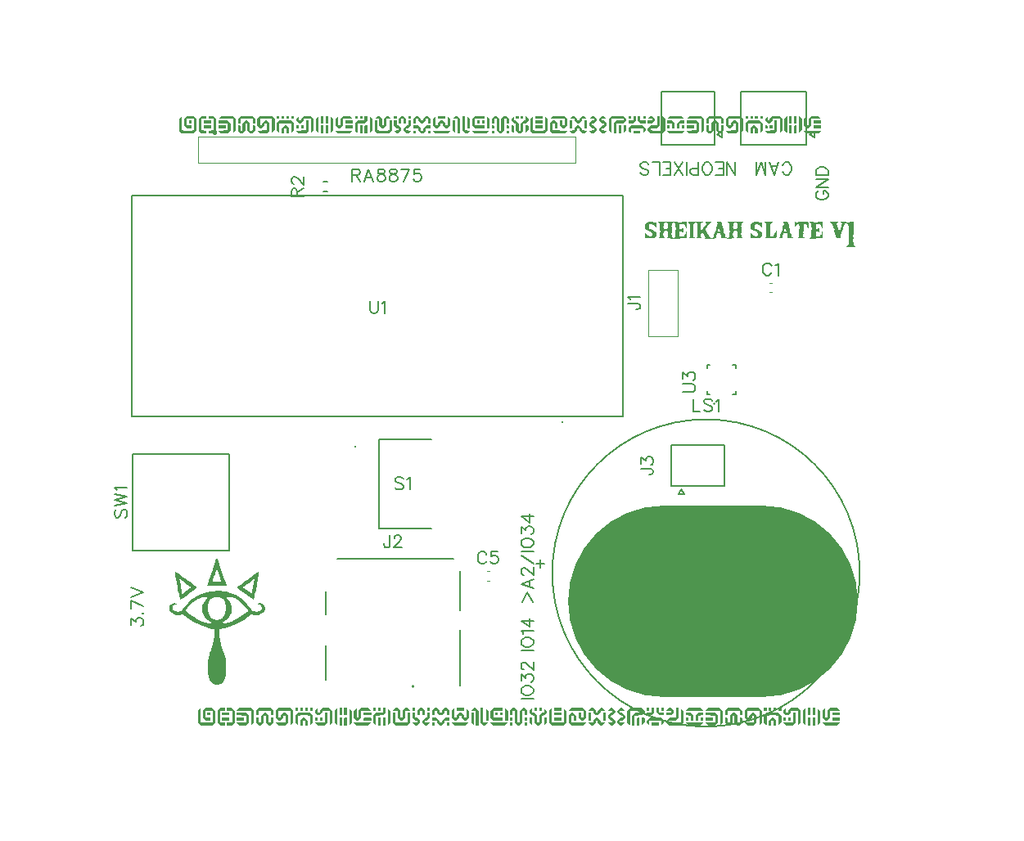
<source format=gbr>
G04 DipTrace 4.3.0.1*
G04 TopSilk.gbr*
%MOIN*%
G04 #@! TF.FileFunction,Legend,Top*
G04 #@! TF.Part,Single*
%ADD10C,0.004724*%
%ADD19O,1.18X0.78*%
%ADD22C,0.005*%
%ADD37C,0.005906*%
%ADD110C,0.00772*%
%ADD112C,0.006176*%
%FSLAX26Y26*%
G04*
G70*
G90*
G75*
G01*
G04 TopSilk*
%LPD*%
X2988188Y2237598D2*
D10*
X2999212D1*
X2988188Y2199802D2*
X2999212D1*
X1838188Y1062598D2*
X1849212D1*
X1838188Y1024802D2*
X1849212D1*
X2874507Y3018897D2*
D22*
X3140255D1*
Y2802361D1*
X2874507D1*
Y3018897D1*
X3171751Y2855511D2*
Y2831889D1*
X3152066Y2843700D1*
X3171751Y2855511D1*
X2497145Y2021554D2*
D10*
X2615255D1*
Y2290846D1*
X2497145D1*
Y2021554D1*
X1229035Y1114665D2*
D22*
X1701869D1*
X1730806Y1063877D2*
Y904035D1*
Y824507D2*
Y598917D1*
X1181594Y980806D2*
Y886712D1*
Y761515D2*
Y619389D1*
X1533352Y594586D2*
G02X1533352Y594586I3950J0D01*
G01*
X2806397Y1576968D2*
Y1409645D1*
X2589861D1*
Y1576968D1*
X2806397D1*
X2643011Y1378149D2*
X2619389D1*
X2631200Y1397834D1*
X2643011Y1378149D1*
X2105216Y1056200D2*
G02X2105216Y1056200I625984J0D01*
G01*
X2548720Y3018897D2*
X2765255D1*
Y2802361D1*
X2548720D1*
Y3018897D1*
X2796751Y2855511D2*
Y2831889D1*
X2777066Y2843700D1*
X2796751Y2855511D1*
X1189074Y2612302D2*
D37*
X1173326D1*
X1189074Y2650098D2*
X1173326D1*
X664271Y2833562D2*
D10*
Y2728838D1*
X2198129D1*
Y2833562D1*
X664271D1*
G36*
X721515Y2850334D2*
X721598Y2851598D1*
X721845Y2852841D1*
X722252Y2854040D1*
X722813Y2855176D1*
X723516Y2856230D1*
X724352Y2857182D1*
X725304Y2858018D1*
X726357Y2858721D1*
X727494Y2859282D1*
X728693Y2859689D1*
X729936Y2859936D1*
X731200Y2860019D1*
X732464Y2859936D1*
X733707Y2859689D1*
X734906Y2859282D1*
X736043Y2858721D1*
X737096Y2858018D1*
X738048Y2857182D1*
X738884Y2856230D1*
X739587Y2855176D1*
X740148Y2854040D1*
X740555Y2852841D1*
X740802Y2851598D1*
X740885Y2850334D1*
D1*
X740802Y2849070D1*
X740555Y2847827D1*
X740148Y2846628D1*
X739587Y2845491D1*
X738884Y2844438D1*
X738048Y2843486D1*
X737096Y2842650D1*
X736043Y2841946D1*
X734906Y2841386D1*
X733707Y2840979D1*
X732464Y2840732D1*
X731200Y2840649D1*
X729936Y2840732D1*
X728693Y2840979D1*
X727494Y2841386D1*
X726357Y2841946D1*
X725304Y2842650D1*
X724352Y2843486D1*
X723516Y2844438D1*
X722813Y2845491D1*
X722252Y2846628D1*
X721845Y2847827D1*
X721598Y2849070D1*
X721515Y2850334D1*
D1*
G37*
X1612499Y1599606D2*
D22*
X1399901D1*
Y1237794D2*
X1612499D1*
G36*
X1299507Y1570472D2*
X1299541Y1570986D1*
X1299641Y1571491D1*
X1299807Y1571978D1*
X1300035Y1572440D1*
X1300321Y1572868D1*
X1300660Y1573256D1*
X1301047Y1573595D1*
X1301476Y1573881D1*
X1301937Y1574109D1*
X1302425Y1574275D1*
X1302930Y1574375D1*
X1303444Y1574409D1*
X1303958Y1574375D1*
X1304463Y1574275D1*
X1304951Y1574109D1*
X1305413Y1573881D1*
X1305841Y1573595D1*
X1306228Y1573256D1*
X1306568Y1572868D1*
X1306854Y1572440D1*
X1307081Y1571978D1*
X1307247Y1571491D1*
X1307347Y1570986D1*
X1307381Y1570472D1*
D1*
X1307347Y1569958D1*
X1307247Y1569453D1*
X1307081Y1568965D1*
X1306854Y1568503D1*
X1306568Y1568075D1*
X1306228Y1567688D1*
X1305841Y1567348D1*
X1305413Y1567062D1*
X1304951Y1566834D1*
X1304463Y1566669D1*
X1303958Y1566568D1*
X1303444Y1566535D1*
X1302930Y1566568D1*
X1302425Y1566669D1*
X1301937Y1566834D1*
X1301476Y1567062D1*
X1301047Y1567348D1*
X1300660Y1567688D1*
X1300321Y1568075D1*
X1300035Y1568503D1*
X1299807Y1568965D1*
X1299641Y1569453D1*
X1299541Y1569958D1*
X1299507Y1570472D1*
D1*
G37*
X1399901Y1599606D2*
D22*
Y1237794D1*
X396850Y1540550D2*
Y1146850D1*
X790550D1*
Y1540550D1*
X396850D1*
X393700Y1693700D2*
Y2593700D1*
X2393700D1*
Y1693700D1*
X393700D1*
G36*
X2141731Y1672046D2*
X2141765Y1672560D1*
X2141866Y1673065D1*
X2142031Y1673553D1*
X2142259Y1674015D1*
X2142545Y1674443D1*
X2142885Y1674830D1*
X2143272Y1675170D1*
X2143700Y1675456D1*
X2144162Y1675684D1*
X2144650Y1675849D1*
X2145155Y1675950D1*
X2145669Y1675983D1*
X2146182Y1675950D1*
X2146687Y1675849D1*
X2147175Y1675684D1*
X2147637Y1675456D1*
X2148065Y1675170D1*
X2148452Y1674830D1*
X2148792Y1674443D1*
X2149078Y1674015D1*
X2149306Y1673553D1*
X2149471Y1673065D1*
X2149572Y1672560D1*
X2149606Y1672046D1*
D1*
X2149572Y1671533D1*
X2149471Y1671027D1*
X2149306Y1670540D1*
X2149078Y1670078D1*
X2148792Y1669650D1*
X2148452Y1669263D1*
X2148065Y1668923D1*
X2147637Y1668637D1*
X2147175Y1668409D1*
X2146687Y1668244D1*
X2146182Y1668143D1*
X2145669Y1668109D1*
X2145155Y1668143D1*
X2144650Y1668244D1*
X2144162Y1668409D1*
X2143700Y1668637D1*
X2143272Y1668923D1*
X2142885Y1669263D1*
X2142545Y1669650D1*
X2142259Y1670078D1*
X2142031Y1670540D1*
X2141866Y1671027D1*
X2141765Y1671533D1*
X2141731Y1672046D1*
D1*
G37*
G36*
X2764172Y1742322D2*
X2763659Y1742356D1*
X2763153Y1742456D1*
X2762666Y1742622D1*
X2762204Y1742850D1*
X2761776Y1743136D1*
X2761389Y1743475D1*
X2761049Y1743862D1*
X2760763Y1744291D1*
X2760535Y1744752D1*
X2760370Y1745240D1*
X2760269Y1745745D1*
X2760235Y1746259D1*
X2760269Y1746773D1*
X2760370Y1747278D1*
X2760535Y1747766D1*
X2760763Y1748228D1*
X2761049Y1748656D1*
X2761389Y1749043D1*
X2761776Y1749382D1*
X2762204Y1749669D1*
X2762666Y1749896D1*
X2763153Y1750062D1*
X2763659Y1750162D1*
X2764172Y1750196D1*
D1*
X2764686Y1750162D1*
X2765191Y1750062D1*
X2765679Y1749896D1*
X2766141Y1749669D1*
X2766569Y1749382D1*
X2766956Y1749043D1*
X2767296Y1748656D1*
X2767582Y1748228D1*
X2767810Y1747766D1*
X2767975Y1747278D1*
X2768076Y1746773D1*
X2768109Y1746259D1*
X2768076Y1745745D1*
X2767975Y1745240D1*
X2767810Y1744752D1*
X2767582Y1744291D1*
X2767296Y1743862D1*
X2766956Y1743475D1*
X2766569Y1743136D1*
X2766141Y1742850D1*
X2765679Y1742622D1*
X2765191Y1742456D1*
X2764686Y1742356D1*
X2764172Y1742322D1*
D1*
G37*
X2852755Y1902755D2*
D22*
Y1891141D1*
X2734645Y1902755D2*
Y1891141D1*
X2852755Y1784645D2*
Y1796259D1*
X2734645Y1784645D2*
Y1796259D1*
X2852755Y1902755D2*
X2841141D1*
X2734645D2*
X2746259D1*
X2852755Y1784645D2*
X2841141D1*
X2734645D2*
X2746259D1*
D19*
X2758700Y941200D3*
G36*
X2510177Y2445060D2*
X2512802Y2442435D1*
Y2437186D1*
X2513795Y2435420D1*
X2513663Y2434238D1*
X2512802Y2433249D1*
Y2431936D1*
X2510177Y2429312D1*
X2506240Y2427999D1*
X2502303D1*
X2498366Y2429312D1*
X2493117Y2431936D1*
X2481306Y2443747D1*
Y2421438D1*
X2483930D1*
X2486555Y2422750D1*
X2487960Y2423533D1*
X2489099Y2423449D1*
X2493117Y2421438D1*
X2497054Y2420125D1*
X2512802D1*
X2518051Y2421438D1*
X2521988Y2422750D1*
X2527238Y2427999D1*
X2528550Y2430624D1*
Y2443747D1*
X2525925Y2446372D1*
X2524534Y2444947D1*
X2523854Y2445160D1*
X2523301Y2446372D1*
Y2448997D1*
X2520676Y2451621D1*
X2515427Y2454246D1*
X2503615Y2458183D1*
X2499678Y2462120D1*
Y2463432D1*
X2498366Y2464745D1*
Y2472619D1*
X2499678Y2473931D1*
X2499934Y2474861D1*
X2500991Y2476556D1*
X2504928Y2477868D1*
X2507553Y2479180D1*
X2510177D1*
X2518051Y2475243D1*
X2529862Y2463432D1*
Y2485742D1*
X2528550D1*
X2525925Y2484430D1*
X2523738Y2483117D1*
X2521551D1*
X2519364Y2484430D1*
X2511490Y2487054D1*
X2499678D1*
X2493117Y2485742D1*
X2482618Y2477868D1*
X2481306Y2475243D1*
Y2466057D1*
X2482618Y2462120D1*
X2485243Y2458183D1*
X2487867Y2455558D1*
X2491804Y2452934D1*
X2494429Y2451621D1*
X2507553Y2446372D1*
X2510177Y2445060D1*
X2521988D1*
X2522968Y2445902D1*
X2523616Y2445768D1*
X2524037Y2444468D1*
X2523273Y2443636D1*
X2522522Y2443853D1*
X2521988Y2445060D1*
X2510177D1*
G37*
G36*
X2544298Y2458183D2*
Y2451621D1*
X2545610Y2450309D1*
Y2446372D1*
X2544298Y2445060D1*
X2542986Y2439810D1*
Y2426687D1*
X2539049Y2422750D1*
X2536424Y2421438D1*
X2535112Y2420125D1*
X2565295D1*
X2558734Y2426687D1*
Y2430624D1*
X2557421Y2431936D1*
Y2441123D1*
X2558734Y2442435D1*
Y2448997D1*
X2564420Y2450309D1*
X2570107D1*
X2575794Y2448997D1*
Y2425375D1*
X2573169Y2422750D1*
X2570545Y2421438D1*
X2573169Y2420125D1*
X2599416Y2418813D1*
X2600728D1*
X2651909Y2420125D1*
X2653222Y2445060D1*
X2651909Y2448997D1*
X2650597Y2447684D1*
X2647972Y2442435D1*
X2646660Y2438498D1*
X2647653Y2436733D1*
X2647522Y2435551D1*
X2646660Y2434561D1*
X2644035Y2433249D1*
X2641411Y2430624D1*
X2640979Y2429032D1*
X2640098Y2427999D1*
X2634849Y2426687D1*
X2629600D1*
X2624350Y2427999D1*
Y2448997D1*
X2626975Y2450309D1*
X2629600D1*
X2632224Y2448997D1*
X2637474Y2443747D1*
X2640098D1*
Y2462120D1*
X2636161Y2460808D1*
X2633537Y2459495D1*
X2630475Y2458183D1*
X2627413D1*
X2624350Y2459495D1*
Y2477868D1*
X2630037Y2479180D1*
X2635724D1*
X2641411Y2477868D1*
Y2476556D1*
X2645348Y2471306D1*
X2647972Y2467369D1*
X2649285Y2464745D1*
X2651909Y2460808D1*
X2653222D1*
X2651909Y2487054D1*
X2634849D1*
X2627413Y2485742D1*
X2619976D1*
X2612539Y2487054D1*
X2569232D1*
X2575794Y2480493D1*
Y2459495D1*
X2570107Y2458183D1*
X2564420D1*
X2558734Y2459495D1*
Y2463432D1*
X2557421Y2464745D1*
Y2468682D1*
X2558734Y2469994D1*
Y2480493D1*
X2565295Y2487054D1*
X2537736D1*
Y2484430D1*
X2540361Y2483117D1*
X2542986Y2480493D1*
Y2460808D1*
X2544298Y2458183D1*
X2591542D1*
Y2466057D1*
X2590230Y2467369D1*
Y2469994D1*
X2591542Y2471306D1*
Y2480493D1*
X2594167Y2481805D1*
X2596791Y2484430D1*
X2598541Y2485742D1*
X2600291D1*
X2602041Y2484430D1*
X2604665Y2481805D1*
X2607290Y2480493D1*
Y2466057D1*
X2608602Y2464745D1*
Y2455558D1*
X2607290Y2454246D1*
Y2426687D1*
X2605978Y2425375D1*
X2603353Y2424062D1*
X2602041Y2422750D1*
X2600291Y2421438D1*
X2598541D1*
X2596791Y2422750D1*
X2594167Y2424062D1*
X2592610Y2425538D1*
X2592854Y2426687D1*
X2591542Y2433249D1*
X2590230Y2434561D1*
Y2442435D1*
X2591542Y2443747D1*
Y2458183D1*
X2544298D1*
G37*
G36*
X2802828Y2447684D2*
Y2455558D1*
X2801516Y2460808D1*
X2800203Y2464745D1*
X2798891Y2469994D1*
X2797579Y2473931D1*
X2794954Y2484430D1*
X2793642Y2487054D1*
X2779206D1*
X2773957Y2485742D1*
Y2484430D1*
X2775269Y2483117D1*
X2777894Y2481805D1*
X2778886Y2480040D1*
X2778755Y2478858D1*
X2777894Y2477868D1*
X2776581Y2472619D1*
X2772644Y2460808D1*
X2771332Y2455558D1*
X2768707Y2447684D1*
X2767395Y2442435D1*
X2763458Y2430624D1*
X2762146Y2427999D1*
Y2426687D1*
X2758209Y2422750D1*
X2755584Y2421438D1*
X2752880Y2418700D1*
X2752201Y2418913D1*
X2751647Y2420125D1*
X2749022Y2422750D1*
X2743773Y2426687D1*
X2742461Y2427999D1*
Y2430624D1*
X2733274Y2448997D1*
X2730650Y2452934D1*
X2729337Y2455558D1*
X2730650Y2459495D1*
X2735899Y2466057D1*
X2743773Y2476556D1*
Y2477868D1*
X2749022Y2483117D1*
X2754272Y2485742D1*
Y2487054D1*
X2729337D1*
Y2485742D1*
X2733274Y2481805D1*
X2732843Y2480213D1*
X2731962Y2479180D1*
X2729337Y2475243D1*
X2725400Y2469994D1*
X2720151Y2462120D1*
X2712277Y2451621D1*
X2711944Y2450073D1*
X2710888Y2448876D1*
X2710208Y2449097D1*
X2709652Y2450309D1*
Y2454246D1*
X2710965Y2455558D1*
Y2480493D1*
X2713589Y2483117D1*
X2716214Y2484430D1*
X2718839Y2487054D1*
X2658471D1*
Y2485742D1*
X2661096Y2484430D1*
X2686030D1*
X2687780Y2485742D1*
X2689530D1*
X2691280Y2484430D1*
X2695217Y2480493D1*
Y2479180D1*
X2696529Y2477868D1*
Y2447684D1*
X2695217Y2446372D1*
X2696529Y2445060D1*
Y2427999D1*
X2691280Y2422750D1*
X2688655Y2421438D1*
X2687263Y2420012D1*
X2686587Y2420223D1*
X2685744Y2421667D1*
X2686030Y2422750D1*
X2683406Y2424062D1*
X2680781Y2426687D1*
Y2445060D1*
X2679469Y2446372D1*
Y2452934D1*
X2680781Y2454246D1*
Y2479180D1*
X2686030Y2484430D1*
X2661096D1*
X2665033Y2479180D1*
X2666345Y2477868D1*
Y2426687D1*
X2663720Y2425375D1*
X2658471Y2420125D1*
X2716214D1*
Y2421438D1*
X2710965Y2426687D1*
Y2431936D1*
X2709408Y2433412D1*
X2709814Y2434288D1*
X2710965Y2435873D1*
X2717526Y2443747D1*
X2718506Y2444590D1*
X2719170Y2444480D1*
X2719917Y2443395D1*
X2720151Y2442435D1*
X2722776Y2438498D1*
X2724088Y2434561D1*
X2725400Y2431936D1*
X2726713Y2427999D1*
X2727770Y2426305D1*
X2728025Y2425375D1*
X2721463Y2418813D1*
X2739836D1*
X2742898Y2420125D1*
X2745960D1*
X2749022Y2418813D1*
X2752959D1*
X2776581Y2420125D1*
Y2421438D1*
X2773957Y2422750D1*
X2771332Y2425375D1*
X2771587Y2426305D1*
X2772644Y2427999D1*
X2773957Y2433249D1*
X2775269Y2437186D1*
Y2439810D1*
X2780518Y2441123D1*
X2785768D1*
X2791017Y2439810D1*
Y2437186D1*
X2792329Y2434561D1*
X2793642Y2430624D1*
Y2426687D1*
X2793600Y2425336D1*
X2793207Y2423778D1*
X2792329Y2422750D1*
X2789705Y2421438D1*
X2788392Y2420125D1*
X2809390D1*
X2810795Y2420909D1*
X2811934Y2420825D1*
X2813327Y2420125D1*
X2818576Y2418813D1*
X2848760Y2420125D1*
X2842198Y2426687D1*
Y2430624D1*
X2840886Y2431936D1*
Y2441123D1*
X2842198Y2442435D1*
Y2448997D1*
X2847885Y2450309D1*
X2853572D1*
X2859259Y2448997D1*
Y2425375D1*
X2856634Y2422750D1*
X2854009Y2421438D1*
X2856634Y2420125D1*
X2881568D1*
Y2421438D1*
X2880256Y2422750D1*
X2877631Y2424062D1*
X2876075Y2425538D1*
X2876319Y2426687D1*
X2875007Y2433249D1*
X2873694Y2434561D1*
Y2442435D1*
X2875007Y2443747D1*
Y2466057D1*
X2873694Y2467369D1*
Y2469994D1*
X2875007Y2471306D1*
Y2480493D1*
X2877631Y2481805D1*
X2882881Y2487054D1*
X2852697D1*
X2859259Y2480493D1*
Y2459495D1*
X2853572Y2458183D1*
X2847885D1*
X2842198Y2459495D1*
Y2463432D1*
X2840886Y2464745D1*
Y2468682D1*
X2842198Y2469994D1*
Y2480493D1*
X2848760Y2487054D1*
X2821201D1*
Y2484430D1*
X2823825Y2483117D1*
X2826450Y2480493D1*
Y2460808D1*
X2827762Y2451621D1*
X2829075Y2450309D1*
Y2446372D1*
X2827762Y2445060D1*
X2826450Y2439810D1*
Y2426687D1*
X2822513Y2422750D1*
X2820326Y2421438D1*
X2818139D1*
X2815951Y2422750D1*
X2814639Y2424062D1*
X2812014Y2425375D1*
X2810458Y2426850D1*
X2810702Y2427999D1*
X2808077Y2438498D1*
X2806765Y2441123D1*
X2804140Y2445060D1*
X2802828Y2447684D1*
X2784455D1*
X2783064Y2446259D1*
X2782384Y2446472D1*
X2781831Y2447684D1*
X2779206Y2448997D1*
Y2452934D1*
X2780518Y2454246D1*
X2781831Y2459495D1*
X2783143Y2463432D1*
X2784123Y2464275D1*
X2784803Y2464198D1*
X2785768Y2463432D1*
Y2459495D1*
X2787080Y2452934D1*
X2788073Y2451168D1*
X2787942Y2449986D1*
X2787080Y2448997D1*
X2784455Y2447684D1*
X2802828D1*
G37*
G36*
X2940623Y2445060D2*
X2943248Y2442435D1*
Y2437186D1*
X2944241Y2435420D1*
X2944110Y2434238D1*
X2943248Y2433249D1*
Y2431936D1*
X2940623Y2429312D1*
X2936686Y2427999D1*
X2932749D1*
X2928812Y2429312D1*
X2923563Y2431936D1*
X2911752Y2443747D1*
Y2421438D1*
X2914377D1*
X2917001Y2422750D1*
X2918406Y2423533D1*
X2919546Y2423449D1*
X2923563Y2421438D1*
X2927500Y2420125D1*
X2943248D1*
X2948497Y2421438D1*
X2952434Y2422750D1*
X2957684Y2427999D1*
X2958996Y2430624D1*
Y2443747D1*
X2956371Y2446372D1*
X2954980Y2444947D1*
X2954300Y2445160D1*
X2953747Y2446372D1*
Y2448997D1*
X2951122Y2451621D1*
X2945873Y2454246D1*
X2934062Y2458183D1*
X2930125Y2462120D1*
Y2463432D1*
X2928812Y2464745D1*
Y2472619D1*
X2930125Y2473931D1*
X2930380Y2474861D1*
X2931437Y2476556D1*
X2935374Y2477868D1*
X2937999Y2479180D1*
X2940623D1*
X2948497Y2475243D1*
X2960308Y2463432D1*
Y2485742D1*
X2958996D1*
X2956371Y2484430D1*
X2954184Y2483117D1*
X2951997D1*
X2949810Y2484430D1*
X2941936Y2487054D1*
X2930125D1*
X2923563Y2485742D1*
X2913064Y2477868D1*
X2911752Y2475243D1*
Y2466057D1*
X2913064Y2462120D1*
X2915689Y2458183D1*
X2918314Y2455558D1*
X2922251Y2452934D1*
X2924875Y2451621D1*
X2937999Y2446372D1*
X2940623Y2445060D1*
X2952434D1*
X2953414Y2445902D1*
X2954063Y2445768D1*
X2954484Y2444468D1*
X2953719Y2443636D1*
X2952968Y2443853D1*
X2952434Y2445060D1*
X2940623D1*
G37*
G36*
X2968182Y2487054D2*
X2970807Y2484430D1*
X2973432Y2483117D1*
X2977369Y2479180D1*
Y2427999D1*
X2974744Y2425375D1*
X2972119Y2424062D1*
X2968182Y2420125D1*
X3019364D1*
Y2421438D1*
X3016739Y2424062D1*
Y2425375D1*
X3019364Y2427999D1*
Y2454246D1*
X3018051Y2452934D1*
X3007553Y2431936D1*
Y2430624D1*
X3004928Y2427999D1*
X3001428Y2426687D1*
X2997929D1*
X2994429Y2427999D1*
X2993117Y2429312D1*
Y2468682D1*
X2991804Y2469994D1*
Y2472619D1*
X2993117Y2473931D1*
Y2479180D1*
X2995741Y2481805D1*
X2998366Y2483117D1*
X3002303Y2487054D1*
X2968182D1*
G37*
G36*
X3044298Y2463432D2*
X3043867Y2461840D1*
X3042986Y2460808D1*
X3041673Y2455558D1*
X3039049Y2447684D1*
X3037736Y2442435D1*
X3033799Y2430624D1*
X3032487Y2427999D1*
Y2426687D1*
X3028550Y2422750D1*
X3025925Y2421438D1*
X3024613Y2420125D1*
X3046923D1*
Y2421438D1*
X3044298Y2422750D1*
X3041673Y2425375D1*
X3041928Y2426305D1*
X3042986Y2427999D1*
X3044298Y2433249D1*
X3045610Y2437186D1*
Y2439810D1*
X3050860Y2441123D1*
X3056109D1*
X3061358Y2439810D1*
Y2437186D1*
X3062671Y2434561D1*
X3063983Y2430624D1*
Y2426687D1*
X3063941Y2425336D1*
X3063548Y2423778D1*
X3062671Y2422750D1*
X3060046Y2421438D1*
X3058734Y2420125D1*
X3079731D1*
X3081136Y2420909D1*
X3082275Y2420825D1*
X3083668Y2420125D1*
X3090230D1*
X3088917Y2421438D1*
X3084980Y2424062D1*
X3082356Y2425375D1*
X3080799Y2426850D1*
X3081043Y2427999D1*
X3078419Y2438498D1*
X3077106Y2441123D1*
X3074482Y2445060D1*
X3073169Y2455558D1*
X3071857Y2460808D1*
X3070545Y2464745D1*
X3069232Y2469994D1*
X3067920Y2473931D1*
X3065295Y2484430D1*
X3063983Y2487054D1*
X3049547D1*
X3044298Y2485742D1*
Y2484430D1*
X3045610Y2483117D1*
X3048235Y2481805D1*
X3049228Y2480040D1*
X3049096Y2478858D1*
X3048235Y2477868D1*
X3046923Y2472619D1*
X3044298Y2464745D1*
Y2463432D1*
X3053484D1*
X3054464Y2464275D1*
X3055144Y2464198D1*
X3056109Y2463432D1*
Y2459495D1*
X3057421Y2452934D1*
X3058414Y2451168D1*
X3058283Y2449986D1*
X3057421Y2448997D1*
X3054797Y2447684D1*
X3053405Y2446259D1*
X3052726Y2446472D1*
X3052172Y2447684D1*
X3049547Y2448997D1*
Y2452934D1*
X3050860Y2454246D1*
X3052172Y2459495D1*
X3053484Y2463432D1*
X3044298D1*
G37*
G36*
X3092854Y2487054D2*
Y2484430D1*
X3091542Y2483117D1*
Y2460808D1*
X3092854Y2462120D1*
X3096791Y2469994D1*
X3099416Y2473931D1*
Y2475243D1*
X3102041Y2477868D1*
X3105103Y2479180D1*
X3108165D1*
X3111227Y2477868D1*
Y2473931D1*
X3112539Y2466057D1*
X3113852Y2464745D1*
Y2462120D1*
X3112539Y2460808D1*
X3111227Y2450309D1*
Y2433249D1*
X3112220Y2431483D1*
X3112089Y2430301D1*
X3111227Y2429312D1*
Y2426687D1*
X3107290Y2422750D1*
X3104665Y2421438D1*
X3103353Y2420125D1*
X3137474D1*
X3136161Y2421438D1*
X3130912Y2424062D1*
X3126975Y2427999D1*
Y2438498D1*
X3128287Y2439810D1*
Y2441123D1*
X3126975Y2442435D1*
Y2446372D1*
X3128287Y2447684D1*
Y2477868D1*
X3131350Y2479180D1*
X3134412D1*
X3137474Y2477868D1*
X3138531Y2476174D1*
X3138786Y2475243D1*
X3141411Y2472619D1*
X3144035Y2468682D1*
X3145348Y2464745D1*
X3146660Y2462120D1*
X3147972Y2460808D1*
Y2484430D1*
X3142723Y2487054D1*
X3104665D1*
X3102041Y2485742D1*
X3099416D1*
X3096791Y2487054D1*
X3092854D1*
G37*
G36*
X3153222D2*
Y2485742D1*
X3158471Y2481805D1*
X3161096Y2480493D1*
Y2466057D1*
X3162408Y2464745D1*
Y2455558D1*
X3161096Y2454246D1*
Y2426687D1*
X3159783Y2425375D1*
X3157159Y2424062D1*
X3153222Y2421438D1*
X3151909Y2420125D1*
X3153222Y2418813D1*
X3154534D1*
X3205715Y2420125D1*
X3207028Y2445060D1*
X3205715Y2448997D1*
X3204403Y2447684D1*
X3201778Y2442435D1*
X3200466Y2438498D1*
X3201459Y2436733D1*
X3201327Y2435551D1*
X3200466Y2434561D1*
X3197841Y2433249D1*
X3195217Y2430624D1*
X3194785Y2429032D1*
X3193904Y2427999D1*
X3188655Y2426687D1*
X3183406D1*
X3178156Y2427999D1*
Y2448997D1*
X3180781Y2450309D1*
X3183406D1*
X3186030Y2448997D1*
X3191280Y2443747D1*
X3193904D1*
Y2462120D1*
X3189967Y2460808D1*
X3187343Y2459495D1*
X3184280Y2458183D1*
X3181218D1*
X3178156Y2459495D1*
Y2477868D1*
X3183843Y2479180D1*
X3189530D1*
X3195217Y2477868D1*
Y2476556D1*
X3199154Y2471306D1*
X3201778Y2467369D1*
X3203091Y2464745D1*
X3205715Y2460808D1*
X3207028D1*
X3205715Y2487054D1*
X3188655D1*
X3181218Y2485742D1*
X3173782D1*
X3166345Y2487054D1*
X3153222D1*
G37*
G36*
X3237211D2*
X3239836Y2484430D1*
X3243773Y2481805D1*
X3246398Y2477868D1*
X3247710Y2473931D1*
X3249022Y2468682D1*
X3250335Y2464745D1*
X3254272Y2459495D1*
X3255264Y2457730D1*
X3255133Y2456548D1*
X3254272Y2455558D1*
Y2450309D1*
X3256896Y2442435D1*
X3259521Y2431936D1*
X3260833Y2427999D1*
X3262146Y2422750D1*
X3263458Y2420125D1*
X3283143D1*
Y2421438D1*
X3279206Y2425375D1*
Y2430624D1*
X3280518Y2431936D1*
X3283143Y2439810D1*
X3284455Y2445060D1*
X3288392Y2456871D1*
X3289705Y2462120D1*
X3292329Y2469994D1*
X3293642Y2475243D1*
X3294954Y2477868D1*
Y2479180D1*
X3300203Y2484430D1*
X3301516D1*
X3310702Y2475243D1*
Y2473931D1*
X3312014Y2469994D1*
X3313327Y2468682D1*
Y2427999D1*
X3312014Y2426687D1*
Y2425375D1*
X3313327Y2424062D1*
Y2396503D1*
X3302828Y2386004D1*
Y2384692D1*
X3336949D1*
X3338261Y2386004D1*
Y2388629D1*
X3331699Y2395191D1*
Y2403065D1*
X3330387Y2404377D1*
Y2417501D1*
X3331699Y2418813D1*
Y2422750D1*
X3330387Y2426687D1*
X3329075Y2427999D1*
Y2431936D1*
X3330387Y2433249D1*
X3331699Y2438498D1*
Y2487054D1*
X3323825D1*
X3310702Y2485742D1*
X3308077Y2484430D1*
X3305453D1*
X3302828Y2485742D1*
Y2487054D1*
X3280518D1*
X3285768Y2481805D1*
Y2477868D1*
X3284455Y2476556D1*
X3283143Y2472619D1*
X3281831Y2467369D1*
X3280518Y2463432D1*
X3279206Y2458183D1*
X3275269Y2446372D1*
Y2442435D1*
X3273878Y2441010D1*
X3273198Y2441223D1*
X3272644Y2442435D1*
X3271332Y2448997D1*
X3266083Y2469994D1*
X3264770Y2472619D1*
X3263458Y2473931D1*
Y2481805D1*
X3268707Y2487054D1*
X3247710D1*
X3246110Y2485685D1*
X3244593Y2485855D1*
X3243773Y2487054D1*
X3237211D1*
G37*
G36*
X721752Y1069120D2*
Y1065561D1*
X719973Y1063782D1*
X712855Y1042428D1*
X711076Y1038869D1*
X702179Y1012178D1*
X700399Y1008619D1*
Y1005060D1*
X778694D1*
Y1006839D1*
X771577Y1028193D1*
X769797Y1031752D1*
X760900Y1058443D1*
X759121Y1062002D1*
X750223Y1088694D1*
X748444Y1092253D1*
X741326Y1113606D1*
X739547Y1117165D1*
X737767Y1113606D1*
X734208Y1102929D1*
X732429Y1099370D1*
X723532Y1072679D1*
X721752Y1069120D1*
X737767D1*
X739096Y1070263D1*
X739996Y1070114D1*
X741009Y1068642D1*
X741326Y1067340D1*
X744885Y1056664D1*
X746665Y1053105D1*
X752003Y1037090D1*
X753782Y1033531D1*
X757341Y1022854D1*
X759121Y1021075D1*
X746071Y1019296D1*
X733022D1*
X719973Y1021075D1*
X721752Y1022854D1*
X723532Y1026413D1*
X730650Y1047767D1*
X732429Y1051325D1*
X737767Y1067340D1*
Y1069120D1*
X721752D1*
G37*
G36*
X574059Y1029972D2*
Y1028193D1*
X575838Y1019296D1*
X579397Y997942D1*
X581177Y989045D1*
X582956Y978368D1*
X584736Y969471D1*
X588295Y948118D1*
X590074Y946339D1*
X595412Y949897D1*
X602530Y955236D1*
X611427Y962354D1*
X632780Y978368D1*
X641678Y985486D1*
X655913Y996163D1*
X657693Y997942D1*
X655913Y999722D1*
X650575Y1003281D1*
X629222Y1019296D1*
X623883Y1022854D1*
X609648Y1033531D1*
X604309Y1037090D1*
X582956Y1053105D1*
X577618Y1056664D1*
X570500Y1062002D1*
X568721D1*
Y1058443D1*
X570500Y1047767D1*
X574059Y1029972D1*
X586515D1*
X588416Y1031160D1*
X590074Y1031752D1*
X595412Y1026413D1*
X600751Y1022854D1*
X614986Y1012178D1*
X620324Y1008619D1*
X627442Y1003281D1*
X631001Y1001501D1*
X632434Y999204D1*
X632780Y997942D1*
X629222Y994383D1*
X625663Y992604D1*
X616766Y985486D1*
X602530Y974810D1*
X598864Y971097D1*
X597942Y971386D1*
X597192Y973030D1*
X595412Y981927D1*
X588295Y1024634D1*
X586515Y1029972D1*
X574059D1*
G37*
G36*
X865887D2*
X862328Y1028193D1*
X855210Y1022854D1*
X849872Y1019296D1*
X835636Y1008619D1*
X830298Y1005060D1*
X823180Y999722D1*
X821401Y997942D1*
X823180Y996163D1*
X837416Y985486D1*
X846313Y978368D1*
X889020Y946339D1*
X890799D1*
X892579Y957015D1*
X894358Y965912D1*
X896137Y976589D1*
X897917Y985486D1*
X901476Y1006839D1*
X903255Y1015737D1*
X905035Y1026413D1*
X906814Y1035311D1*
X908593Y1045987D1*
X910373Y1054884D1*
Y1062002D1*
X906814Y1060223D1*
X901476Y1056664D1*
X887240Y1045987D1*
X881902Y1042428D1*
X874784Y1037090D1*
X869446Y1033531D1*
X865887Y1029972D1*
X889020D1*
X890349Y1031115D1*
X891271Y1031011D1*
X892579Y1029972D1*
Y1024634D1*
X890799Y1022854D1*
X889020Y1012178D1*
X887240Y1003281D1*
X885461Y992604D1*
X883681Y983707D1*
X881902Y973030D1*
X880015Y971097D1*
X879094Y971386D1*
X878343Y973030D1*
X860549Y987266D1*
X853431Y992604D1*
X849872Y994383D1*
X846313Y997942D1*
Y999722D1*
X849872Y1001501D1*
X864108Y1012178D1*
X869446Y1015737D1*
X883681Y1026413D1*
X889020Y1029972D1*
X865887D1*
G37*
G36*
X700399Y957015D2*
X698620Y955236D1*
X693281Y948118D1*
X691502Y944559D1*
X687943Y939221D1*
X686164Y933883D1*
X684384Y930324D1*
X680825Y919647D1*
Y896514D1*
X682605Y889397D1*
X687943Y878720D1*
X703958Y862705D1*
X718194Y855587D1*
Y853808D1*
X710483Y852028D1*
X702772D1*
X695061Y853808D1*
X687943Y855587D1*
X684384Y857367D1*
X679046Y859146D1*
X654134Y871602D1*
X652354Y873382D1*
X647016Y876940D1*
X638119Y882279D1*
X631001Y887617D1*
X625663Y891176D1*
X618545Y896514D1*
X613207Y900073D1*
X609648Y901853D1*
X613207Y905411D1*
X620324Y914309D1*
Y916088D1*
X641678Y937441D1*
X645237Y939221D1*
X652354Y944559D1*
X661252Y949897D1*
X671928Y955236D1*
X679046Y957015D1*
X648795D1*
X645237Y955236D1*
X638119Y949897D1*
X623883Y937441D1*
X622104Y935662D1*
X609648Y921426D1*
X598971Y907191D1*
Y905411D1*
X591853Y901853D1*
X584736Y900073D1*
X581770Y898294D1*
X578804D1*
X575838Y900073D1*
X568721Y901853D1*
X561603Y905411D1*
X558044Y908970D1*
Y919647D1*
X559824Y921426D1*
X560170Y922688D1*
X561603Y924985D1*
X565162Y926765D1*
X579397Y928544D1*
X574059Y932103D1*
X570500Y933883D1*
X561603D1*
X558044Y932103D1*
X552706Y928544D1*
X550926Y926765D1*
X547367Y921426D1*
X545588Y917868D1*
Y905411D1*
X547367Y901853D1*
X556265Y892955D1*
X561603Y889397D1*
X566941Y887617D1*
X574059Y885838D1*
X590074D1*
X597192Y887617D1*
X599093Y888805D1*
X600751Y889397D1*
X609648Y880499D1*
X623883Y869823D1*
X634560Y862705D1*
X643457Y857367D1*
X671928Y843131D1*
X698620Y834234D1*
X719973Y828896D1*
X728870Y827116D1*
X730650Y825337D1*
Y798645D1*
X728870Y796866D1*
X727091Y782630D1*
X723532Y764836D1*
X716414Y743483D1*
X714635Y739924D1*
X711076Y729247D1*
X709296Y722129D1*
X707517Y716791D1*
X705737Y707894D1*
X703958Y697217D1*
X702179Y679423D1*
Y668746D1*
X703958Y647393D1*
X705737Y636716D1*
X711076Y620701D1*
X718194Y610025D1*
X719973Y608245D1*
X725311Y604686D1*
X728870Y602907D1*
X734208Y601128D1*
X746665D1*
X752003Y602907D1*
X755562Y604686D1*
X766238Y615363D1*
X771577Y626040D1*
X775136Y640275D1*
X776915Y650952D1*
Y693658D1*
X775136Y706114D1*
X769797Y727468D1*
X766238Y738144D1*
X764459Y741703D1*
X757341Y763056D1*
X755562Y770174D1*
X753782Y779071D1*
X752003Y791527D1*
X750223Y793307D1*
Y827116D1*
X768018Y830675D1*
X782253Y834234D1*
X798268Y839572D1*
X816063Y846690D1*
X830298Y853808D1*
X784033D1*
X776915Y852028D1*
X769797D1*
X762680Y853808D1*
X760900Y855587D1*
X775136Y862705D1*
X784033Y869823D1*
X791151Y878720D1*
X796489Y889397D1*
X798268Y894735D1*
Y919647D1*
X796489Y926765D1*
X794709Y932103D1*
X789371Y942780D1*
X785812Y948118D1*
X780474Y955236D1*
X778694Y957015D1*
X786405Y958795D1*
X794116D1*
X801827Y957015D1*
X812504Y953456D1*
X823180Y948118D1*
X824960Y946339D1*
X830298Y942780D1*
X833857Y941000D1*
X860549Y914309D1*
Y912529D1*
X867666Y903632D1*
X866755Y901840D1*
X865602Y899928D1*
X864108Y898294D1*
X860549Y896514D1*
X853431Y891176D1*
X832078Y876940D1*
X823180Y871602D1*
X821401Y869823D1*
X803607Y860926D1*
X798268Y859146D1*
X784033Y853808D1*
X830298D1*
X848093Y864484D1*
X853431Y868043D1*
X867666Y878720D1*
X878343Y887617D1*
X879672Y888760D1*
X880594Y888656D1*
X881902Y887617D1*
X889020Y885838D1*
X908593D1*
X919270Y889397D1*
X924608Y892955D1*
X931726Y900073D1*
X933506Y903632D1*
X935285Y908970D1*
Y914309D1*
X933506Y919647D1*
X931726Y923206D1*
X922829Y932103D1*
X919270Y933883D1*
X908593D1*
X905035Y932103D1*
X901476Y928544D1*
X905035D1*
X906939Y929607D1*
X908484Y929492D1*
X910373Y928544D1*
X915711Y926765D1*
X921050Y921426D1*
Y919647D1*
X922829Y917868D1*
Y910750D1*
X915711Y903632D1*
X912152Y901853D1*
X905035Y900073D1*
X901476Y898294D1*
X897917D1*
X894358Y900073D1*
X887240Y901853D1*
X883681Y903632D1*
X878343Y908970D1*
Y910750D1*
X873005Y917868D1*
X864108Y928544D1*
X848093Y944559D1*
X837416Y953456D1*
X826739Y960574D1*
X817842Y965912D1*
X807165Y971251D1*
X785812Y978368D1*
X778694Y980148D1*
X769797Y981927D1*
X748444Y983707D1*
X739547D1*
X721752Y981927D1*
X709296Y980148D1*
X700399Y978368D1*
X686164Y974810D1*
X675487Y971251D1*
X650575Y958795D1*
X648795Y957015D1*
X679046D1*
X686164Y958795D1*
X693281D1*
X700399Y957015D1*
X728870D1*
X735988Y958795D1*
X743106D1*
X750223Y957015D1*
X755562Y955236D1*
X759121Y953456D1*
X760900Y951677D1*
X764459Y949897D1*
X768018Y946339D1*
Y944559D1*
X771577Y937441D1*
X773356Y932103D1*
X775136Y923206D1*
X776915Y921426D1*
Y905411D1*
X775136Y903632D1*
X773356Y894735D1*
X771577Y889397D1*
X768018Y882279D1*
X764459Y876940D1*
X763874Y874782D1*
X762680Y873382D1*
X759121Y871602D1*
X757341Y869823D1*
X753782Y868043D1*
X748444Y866264D1*
X742513Y864484D1*
X736581D1*
X730650Y866264D1*
X725311Y868043D1*
X718194Y871602D1*
X712855Y876940D1*
Y878720D1*
X709296Y884058D1*
X705737Y894735D1*
X703958Y901853D1*
X702179Y903632D1*
Y923206D1*
X703958Y924985D1*
X705737Y933883D1*
X707517Y939221D1*
X711076Y944559D1*
Y946339D1*
X716414Y951677D1*
X723532Y955236D1*
X728870Y957015D1*
X700399D1*
G37*
G36*
X672197Y506185D2*
X661768Y495757D1*
Y446222D1*
X672197Y435794D1*
X720428D1*
X732160Y447526D1*
Y494453D1*
X720428Y506185D1*
X691750D1*
X681322Y495757D1*
Y467079D1*
X693053Y455347D1*
X711303D1*
Y467079D1*
X691750Y468383D1*
Y494453D1*
X701744Y495757D1*
X711738D1*
X721731Y494453D1*
Y447526D1*
X705220Y446222D1*
X688708D1*
X672197Y447526D1*
Y506185D1*
G37*
G36*
X751713D2*
X741285Y495757D1*
Y446222D1*
X751713Y435794D1*
X771266D1*
Y446222D1*
X751713Y447526D1*
Y494453D1*
X771266Y495757D1*
Y506185D1*
X751713D1*
G37*
G36*
X780391D2*
Y495757D1*
X801248Y494453D1*
Y447526D1*
X780391Y446222D1*
Y435794D1*
X799944D1*
X811676Y447526D1*
Y494453D1*
X799944Y506185D1*
X780391D1*
G37*
G36*
X831229D2*
X820801Y495757D1*
X880764Y494453D1*
Y437097D1*
X891192Y447526D1*
Y494453D1*
X879460Y506185D1*
X831229D1*
G37*
G36*
X910745D2*
X900317Y495757D1*
Y476204D1*
X910745D1*
Y494453D1*
X927257Y495757D1*
X943768D1*
X960280Y494453D1*
Y476204D1*
X970708D1*
Y494453D1*
X958976Y506185D1*
X910745D1*
G37*
G36*
X990261D2*
X979833Y495757D1*
Y467079D1*
X991565Y455347D1*
X998083D1*
X1009814Y467079D1*
Y474900D1*
X1012856Y476204D1*
X1015898D1*
X1018939Y474900D1*
Y447526D1*
X979833Y446222D1*
X990261Y435794D1*
X1018939D1*
X1029368Y446222D1*
Y476204D1*
X1018939Y486632D1*
X1011118D1*
X999386Y474900D1*
Y468383D1*
X996344Y467079D1*
X993303D1*
X990261Y468383D1*
Y494453D1*
X1006773Y495757D1*
X1023284D1*
X1039796Y494453D1*
Y437097D1*
X1050224Y447526D1*
Y494453D1*
X1038492Y506185D1*
X990261D1*
G37*
G36*
X1059349D2*
Y495757D1*
X1069777D1*
Y506185D1*
X1059349D1*
G37*
G36*
X1078902D2*
Y495757D1*
X1089331D1*
Y506185D1*
X1078902D1*
G37*
G36*
X1098455D2*
Y495757D1*
X1108884D1*
Y506185D1*
X1098455D1*
G37*
G36*
X1119312D2*
Y495757D1*
X1129740D1*
Y506185D1*
X1119312D1*
G37*
G36*
X1149294D2*
X1138865Y495757D1*
Y486632D1*
X1149294Y476204D1*
X1157115D1*
X1168847Y487936D1*
Y494453D1*
X1178841Y495757D1*
X1188834D1*
X1198828Y494453D1*
Y437097D1*
X1209257Y447526D1*
Y494453D1*
X1197525Y506185D1*
X1168847D1*
X1158418Y495757D1*
Y487936D1*
X1155377Y486632D1*
X1152335D1*
X1149294Y487936D1*
Y506185D1*
G37*
G36*
X1228810D2*
X1218381Y495757D1*
Y446222D1*
X1227506Y437097D1*
X1228810D1*
Y506185D1*
G37*
G36*
X1237935D2*
Y476204D1*
X1248363D1*
Y506185D1*
X1237935D1*
G37*
G36*
X1257488D2*
Y476204D1*
X1267916D1*
Y506185D1*
X1257488D1*
G37*
G36*
X1308326D2*
X1297898Y495757D1*
Y467079D1*
X1309629Y455347D1*
X1316147D1*
X1327879Y467079D1*
Y494453D1*
X1366985Y495757D1*
X1356557Y506185D1*
X1327879D1*
X1317451Y495757D1*
Y468383D1*
X1314409Y467079D1*
X1311367D1*
X1308326Y468383D1*
Y506185D1*
G37*
G36*
X1377414D2*
Y495757D1*
X1387842D1*
Y506185D1*
X1377414D1*
G37*
G36*
X1396967D2*
Y495757D1*
X1407395D1*
Y506185D1*
X1396967D1*
G37*
G36*
X1416520D2*
Y487936D1*
X1387842Y486632D1*
X1377414Y476204D1*
Y446222D1*
X1386538Y437097D1*
X1387842D1*
Y474900D1*
X1416520Y476204D1*
X1426948Y486632D1*
Y506185D1*
X1416520D1*
G37*
G36*
X1467358D2*
X1456930Y495757D1*
X1476483Y494453D1*
Y467079D1*
X1488215Y455347D1*
X1494733D1*
X1506464Y467079D1*
Y494453D1*
X1526018Y495757D1*
X1515589Y506185D1*
X1507768D1*
X1496036Y494453D1*
Y468383D1*
X1492994Y467079D1*
X1489953D1*
X1486911Y468383D1*
Y494453D1*
X1475179Y506185D1*
X1467358D1*
G37*
G36*
X1536446D2*
Y495757D1*
X1546874D1*
Y506185D1*
X1536446D1*
G37*
G36*
X1566427D2*
X1555999Y495757D1*
Y476204D1*
X1566427D1*
Y494453D1*
X1569469Y495757D1*
X1572511D1*
X1575552Y494453D1*
Y476204D1*
X1585981D1*
Y495757D1*
X1575552Y506185D1*
X1566427D1*
G37*
G36*
X1596409D2*
Y495757D1*
X1606837D1*
Y506185D1*
X1596409D1*
G37*
G36*
X1626390D2*
X1615962Y495757D1*
Y476204D1*
X1626390D1*
Y494453D1*
X1629432Y495757D1*
X1632474D1*
X1635515Y494453D1*
Y486632D1*
X1645944Y476204D1*
X1655068D1*
X1665497Y486632D1*
Y494453D1*
X1668973Y495757D1*
X1672449D1*
X1675925Y494453D1*
Y476204D1*
X1686353D1*
Y494453D1*
X1674622Y506185D1*
X1666800D1*
X1655068Y494453D1*
Y487936D1*
X1652027Y486632D1*
X1648985D1*
X1645944Y487936D1*
Y495757D1*
X1635515Y506185D1*
X1626390D1*
G37*
G36*
X1705907D2*
X1695478Y495757D1*
Y467079D1*
X1707210Y455347D1*
X1713728D1*
X1725460Y467079D1*
Y474900D1*
X1728501Y476204D1*
X1731543D1*
X1734585Y474900D1*
Y467079D1*
X1746316Y455347D1*
X1752834D1*
X1755441Y456651D1*
X1765870Y467079D1*
Y494453D1*
X1755441Y504882D1*
Y468383D1*
X1751965Y467079D1*
X1748489D1*
X1745013Y468383D1*
Y476204D1*
X1734585Y486632D1*
X1726763D1*
X1715031Y474900D1*
Y468383D1*
X1711990Y467079D1*
X1708948D1*
X1705907Y468383D1*
Y506185D1*
G37*
G36*
X1715031D2*
Y495757D1*
X1745013D1*
Y506185D1*
X1715031D1*
G37*
G36*
X1785423D2*
X1774994Y495757D1*
X1794548Y494453D1*
Y435794D1*
X1804976D1*
Y494453D1*
X1793244Y506185D1*
X1785423D1*
G37*
G36*
X1814101D2*
Y447526D1*
X1825833Y435794D1*
X1833654D1*
X1844082Y446222D1*
X1824529Y447526D1*
Y506185D1*
X1814101D1*
G37*
G36*
X1864939D2*
X1854511Y495757D1*
Y467079D1*
X1866242Y455347D1*
X1904045D1*
Y467079D1*
X1864939Y468383D1*
Y494453D1*
X1904045Y495757D1*
Y506185D1*
X1864939D1*
G37*
G36*
X1944455D2*
X1934027Y495757D1*
Y476204D1*
X1944455D1*
Y494453D1*
X1947497Y495757D1*
X1950538D1*
X1953580Y494453D1*
Y447526D1*
X1965312Y435794D1*
X1973133D1*
X1983561Y446222D1*
Y494453D1*
X1987037Y495757D1*
X1990514D1*
X1993990Y494453D1*
Y476204D1*
X2004418D1*
Y494453D1*
X1992686Y506185D1*
X1984865D1*
X1973133Y494453D1*
Y447526D1*
X1970091Y446222D1*
X1967050D1*
X1964008Y447526D1*
Y495757D1*
X1953580Y506185D1*
X1944455D1*
G37*
G36*
X2023971D2*
X2013543Y495757D1*
Y486632D1*
X2023971Y476204D1*
X2033096Y474900D1*
Y447526D1*
X2044828Y435794D1*
X2052649D1*
X2063077Y446222D1*
Y474900D1*
X2072202Y476204D1*
X2083934Y487936D1*
Y494453D1*
X2073506Y504882D1*
Y487936D1*
X2064381Y486632D1*
X2052649Y474900D1*
Y447526D1*
X2049607Y446222D1*
X2046566D1*
X2043524Y447526D1*
Y474900D1*
X2031792Y486632D1*
X2023971Y487936D1*
Y506185D1*
G37*
G36*
X2033096D2*
Y495757D1*
X2043524D1*
Y506185D1*
X2033096D1*
G37*
G36*
X2052649D2*
Y495757D1*
X2063077D1*
Y506185D1*
X2052649D1*
G37*
G36*
X2103487D2*
X2093059Y495757D1*
Y446222D1*
X2103487Y435794D1*
X2151718D1*
X2163450Y447526D1*
Y494453D1*
X2153022Y504882D1*
Y447526D1*
X2136510Y446222D1*
X2119999D1*
X2103487Y447526D1*
Y506185D1*
G37*
G36*
X2112612D2*
Y495757D1*
X2142594D1*
Y506185D1*
X2112612D1*
G37*
G36*
X2183003D2*
X2172575Y495757D1*
X2232538Y494453D1*
Y468383D1*
X2229062Y467079D1*
X2225586D1*
X2222110Y468383D1*
Y486632D1*
X2211681D1*
Y467079D1*
X2223413Y455347D1*
X2229931D1*
X2232538Y456651D1*
X2242966Y467079D1*
Y494453D1*
X2231235Y506185D1*
X2183003D1*
G37*
G36*
X2262520D2*
X2252091Y495757D1*
X2271644Y494453D1*
Y486632D1*
X2282073Y476204D1*
X2291198D1*
X2301626Y486632D1*
Y494453D1*
X2321179Y495757D1*
X2310751Y506185D1*
X2302929D1*
X2291198Y494453D1*
Y487936D1*
X2288156Y486632D1*
X2285114D1*
X2282073Y487936D1*
Y495757D1*
X2271644Y506185D1*
X2262520D1*
G37*
G36*
X2342036D2*
X2331607Y495757D1*
X2351161Y494453D1*
Y487936D1*
X2342036Y486632D1*
X2331607Y476204D1*
Y467079D1*
X2343339Y455347D1*
X2351161Y454044D1*
Y447526D1*
X2331607Y446222D1*
X2342036Y435794D1*
X2349857D1*
X2361589Y447526D1*
Y455347D1*
X2349857Y467079D1*
X2342036Y468383D1*
Y474900D1*
X2349857Y476204D1*
X2361589Y487936D1*
Y495757D1*
X2351161Y506185D1*
X2342036D1*
G37*
G36*
X2382446D2*
X2370714Y494453D1*
Y487936D1*
X2382446Y476204D1*
X2391570Y474900D1*
Y468383D1*
X2383749Y467079D1*
X2381142Y465775D1*
X2370714Y455347D1*
Y447526D1*
X2382446Y435794D1*
X2390267D1*
X2400695Y446222D1*
X2381142Y447526D1*
Y454044D1*
X2388963Y455347D1*
X2391570Y456651D1*
X2401999Y467079D1*
Y474900D1*
X2390267Y486632D1*
X2381142Y487936D1*
Y494453D1*
X2400695Y495757D1*
X2390267Y506185D1*
X2382446D1*
G37*
G36*
X2421552D2*
X2411124Y495757D1*
Y446222D1*
X2420248Y437097D1*
X2421552D1*
Y494453D1*
X2438063Y495757D1*
X2454575D1*
X2471086Y494453D1*
Y487936D1*
X2442409Y486632D1*
X2430677Y474900D1*
Y435794D1*
X2441105D1*
Y474900D1*
X2469783Y476204D1*
X2481515Y487936D1*
Y494453D1*
X2469783Y506185D1*
X2421552D1*
G37*
G36*
X2490640D2*
Y495757D1*
X2501068D1*
Y506185D1*
X2490640D1*
G37*
G36*
X2510193D2*
Y487936D1*
X2490640Y486632D1*
Y476204D1*
X2508889D1*
X2520621Y487936D1*
Y506185D1*
X2510193D1*
G37*
G36*
X2529746D2*
Y487936D1*
X2541478Y476204D1*
X2561031D1*
Y486632D1*
X2540174Y487936D1*
Y506185D1*
X2529746D1*
G37*
G36*
X2550603D2*
Y495757D1*
X2561031D1*
Y506185D1*
X2550603D1*
G37*
G36*
X2580584D2*
X2570156Y495757D1*
X2589709Y494453D1*
Y487936D1*
X2570156Y486632D1*
Y476204D1*
X2588405D1*
X2600137Y487936D1*
Y495757D1*
X2589709Y506185D1*
X2580584D1*
G37*
G36*
X2609262D2*
Y468383D1*
X2581888Y467079D1*
X2570156Y455347D1*
Y446222D1*
X2580584Y435794D1*
X2628815D1*
X2640547Y447526D1*
Y494453D1*
X2630119Y504882D1*
Y447526D1*
X2613607Y446222D1*
X2597096D1*
X2580584Y447526D1*
Y454044D1*
X2607959Y455347D1*
X2619690Y467079D1*
Y506185D1*
X2609262D1*
G37*
G36*
X2660100D2*
X2649672Y495757D1*
X2718760D1*
X2708331Y506185D1*
X2660100D1*
G37*
G36*
X2739616D2*
X2729188Y495757D1*
X2789151Y494453D1*
Y437097D1*
X2799579Y447526D1*
Y494453D1*
X2787848Y506185D1*
X2739616D1*
G37*
G36*
X2819133D2*
X2808704Y495757D1*
Y476204D1*
X2819133D1*
Y494453D1*
X2835644Y495757D1*
X2852156D1*
X2868667Y494453D1*
Y476204D1*
X2879096D1*
Y494453D1*
X2867364Y506185D1*
X2819133D1*
G37*
G36*
X2898649D2*
X2888220Y495757D1*
Y467079D1*
X2899952Y455347D1*
X2906470D1*
X2918202Y467079D1*
Y474900D1*
X2921243Y476204D1*
X2924285D1*
X2927327Y474900D1*
Y447526D1*
X2888220Y446222D1*
X2898649Y435794D1*
X2927327D1*
X2937755Y446222D1*
Y476204D1*
X2927327Y486632D1*
X2919505D1*
X2907774Y474900D1*
Y468383D1*
X2904732Y467079D1*
X2901690D1*
X2898649Y468383D1*
Y494453D1*
X2915160Y495757D1*
X2931672D1*
X2948183Y494453D1*
Y437097D1*
X2958612Y447526D1*
Y494453D1*
X2946880Y506185D1*
X2898649D1*
G37*
G36*
X2967736D2*
Y495757D1*
X2978165D1*
Y506185D1*
X2967736D1*
G37*
G36*
X2987290D2*
Y495757D1*
X2997718D1*
Y506185D1*
X2987290D1*
G37*
G36*
X3006843D2*
Y495757D1*
X3017271D1*
Y506185D1*
X3006843D1*
G37*
G36*
X3027699D2*
Y495757D1*
X3038128D1*
Y506185D1*
X3027699D1*
G37*
G36*
X3057681D2*
X3047253Y495757D1*
Y486632D1*
X3057681Y476204D1*
X3065502D1*
X3077234Y487936D1*
Y494453D1*
X3087228Y495757D1*
X3097222D1*
X3107216Y494453D1*
Y437097D1*
X3117644Y447526D1*
Y494453D1*
X3105912Y506185D1*
X3077234D1*
X3066806Y495757D1*
Y487936D1*
X3063764Y486632D1*
X3060723D1*
X3057681Y487936D1*
Y506185D1*
G37*
G36*
X3137197D2*
X3126769Y495757D1*
Y446222D1*
X3135894Y437097D1*
X3137197D1*
Y506185D1*
G37*
G36*
X3146322D2*
Y476204D1*
X3156750D1*
Y506185D1*
X3146322D1*
G37*
G36*
X3165875D2*
Y476204D1*
X3176303D1*
Y506185D1*
X3165875D1*
G37*
G36*
X3216713D2*
X3206285Y495757D1*
Y467079D1*
X3218017Y455347D1*
X3224535D1*
X3236266Y467079D1*
Y494453D1*
X3275373Y495757D1*
X3264944Y506185D1*
X3236266D1*
X3225838Y495757D1*
Y468383D1*
X3222796Y467079D1*
X3219755D1*
X3216713Y468383D1*
Y506185D1*
G37*
G36*
X1278344Y504882D2*
Y437097D1*
X1288773Y447526D1*
Y494453D1*
X1278344Y504882D1*
G37*
G36*
X1437377D2*
Y437097D1*
X1447805Y447526D1*
Y494453D1*
X1437377Y504882D1*
G37*
G36*
X1834957D2*
Y455347D1*
X1844082D1*
X1845386Y456651D1*
Y494453D1*
X1834957Y504882D1*
G37*
G36*
X1914474D2*
Y455347D1*
X1923598D1*
X1924902Y456651D1*
Y494453D1*
X1914474Y504882D1*
G37*
G36*
X3186732D2*
Y437097D1*
X3197160Y447526D1*
Y494453D1*
X3186732Y504882D1*
G37*
G36*
X700875Y486632D2*
Y476204D1*
X711303D1*
Y486632D1*
X700875D1*
G37*
G36*
X760838D2*
Y476204D1*
X790819D1*
Y486632D1*
X760838D1*
G37*
G36*
X820801D2*
Y476204D1*
X859907Y474900D1*
Y447526D1*
X820801Y446222D1*
X831229Y435794D1*
X859907D1*
X870335Y446222D1*
Y476204D1*
X859907Y486632D1*
X820801D1*
G37*
G36*
X931602D2*
X919870Y474900D1*
Y447526D1*
X916828Y446222D1*
X913787D1*
X910745Y447526D1*
Y465775D1*
X909442Y467079D1*
X900317D1*
Y446222D1*
X910745Y435794D1*
X918566D1*
X930298Y447526D1*
Y474900D1*
X933340Y476204D1*
X936382D1*
X939423Y474900D1*
Y447526D1*
X951155Y435794D1*
X958976D1*
X970708Y447526D1*
Y465775D1*
X969405Y467079D1*
X960280D1*
Y447526D1*
X956804Y446222D1*
X953328D1*
X949851Y447526D1*
Y476204D1*
X939423Y486632D1*
X931602D1*
G37*
G36*
X1069777D2*
X1059349Y476204D1*
Y446222D1*
X1068474Y437097D1*
X1069777D1*
Y474900D1*
X1086289Y476204D1*
X1102801D1*
X1119312Y474900D1*
Y437097D1*
X1129740Y447526D1*
Y474900D1*
X1118009Y486632D1*
X1069777D1*
G37*
G36*
X1177972D2*
Y447526D1*
X1138865Y446222D1*
X1149294Y435794D1*
X1177972D1*
X1188400Y446222D1*
Y486632D1*
X1177972D1*
G37*
G36*
X1337004D2*
Y476204D1*
X1368289D1*
Y486632D1*
X1337004D1*
G37*
G36*
X1456930D2*
Y446222D1*
X1467358Y435794D1*
X1515589D1*
X1527321Y447526D1*
Y486632D1*
X1516893D1*
Y447526D1*
X1500381Y446222D1*
X1483870D1*
X1467358Y447526D1*
Y486632D1*
X1456930D1*
G37*
G36*
X1536446D2*
Y467079D1*
X1548178Y455347D1*
X1555999Y454044D1*
Y447526D1*
X1536446Y446222D1*
X1546874Y435794D1*
X1554696D1*
X1566427Y447526D1*
Y455347D1*
X1554696Y467079D1*
X1546874Y468383D1*
Y486632D1*
X1536446D1*
G37*
G36*
X1596409D2*
Y468383D1*
X1588588Y467079D1*
X1585981Y465775D1*
X1575552Y455347D1*
Y447526D1*
X1587284Y435794D1*
X1595105D1*
X1605534Y446222D1*
X1585981Y447526D1*
Y454044D1*
X1593802Y455347D1*
X1596409Y456651D1*
X1606837Y467079D1*
Y486632D1*
X1596409D1*
G37*
G36*
X1774994D2*
Y446222D1*
X1784119Y437097D1*
X1785423D1*
Y486632D1*
X1774994D1*
G37*
G36*
X1874064D2*
Y476204D1*
X1884492D1*
Y486632D1*
X1874064D1*
G37*
G36*
X1893617D2*
Y476204D1*
X1904045D1*
Y486632D1*
X1893617D1*
G37*
G36*
X2112612D2*
Y476204D1*
X2142594D1*
Y486632D1*
X2112612D1*
G37*
G36*
X2183003D2*
X2172575Y476204D1*
Y446222D1*
X2183003Y435794D1*
X2231235D1*
X2241663Y446222D1*
X2183003Y447526D1*
Y474900D1*
X2186045Y476204D1*
X2189087D1*
X2192128Y474900D1*
Y455347D1*
X2202557D1*
Y474900D1*
X2190825Y486632D1*
X2183003D1*
G37*
G36*
X2252091D2*
Y455347D1*
X2261216D1*
X2262520Y456651D1*
Y486632D1*
X2252091D1*
G37*
G36*
X2312054D2*
Y455347D1*
X2321179D1*
X2322483Y456651D1*
Y486632D1*
X2312054D1*
G37*
G36*
X2649672D2*
Y476204D1*
X2669225Y474900D1*
Y455347D1*
X2679653D1*
Y474900D1*
X2667922Y486632D1*
X2649672D1*
G37*
G36*
X2700510D2*
X2688778Y474900D1*
Y456651D1*
X2690082Y455347D1*
X2699207D1*
Y474900D1*
X2720063Y476204D1*
Y486632D1*
X2700510D1*
G37*
G36*
X2729188D2*
Y476204D1*
X2768294Y474900D1*
Y447526D1*
X2729188Y446222D1*
X2739616Y435794D1*
X2768294D1*
X2778723Y446222D1*
Y476204D1*
X2768294Y486632D1*
X2729188D1*
G37*
G36*
X2839989D2*
X2828257Y474900D1*
Y447526D1*
X2825216Y446222D1*
X2822174D1*
X2819133Y447526D1*
Y465775D1*
X2817829Y467079D1*
X2808704D1*
Y446222D1*
X2819133Y435794D1*
X2826954D1*
X2838686Y447526D1*
Y474900D1*
X2841727Y476204D1*
X2844769D1*
X2847811Y474900D1*
Y447526D1*
X2859542Y435794D1*
X2867364D1*
X2879096Y447526D1*
Y465775D1*
X2877792Y467079D1*
X2868667D1*
Y447526D1*
X2865191Y446222D1*
X2861715D1*
X2858239Y447526D1*
Y476204D1*
X2847811Y486632D1*
X2839989D1*
G37*
G36*
X2978165D2*
X2967736Y476204D1*
Y446222D1*
X2976861Y437097D1*
X2978165D1*
Y474900D1*
X2994676Y476204D1*
X3011188D1*
X3027699Y474900D1*
Y437097D1*
X3038128Y447526D1*
Y474900D1*
X3026396Y486632D1*
X2978165D1*
G37*
G36*
X3086359D2*
Y447526D1*
X3047253Y446222D1*
X3057681Y435794D1*
X3086359D1*
X3096787Y446222D1*
Y486632D1*
X3086359D1*
G37*
G36*
X3245391D2*
Y476204D1*
X3276676D1*
Y486632D1*
X3245391D1*
G37*
G36*
X760838Y467079D2*
Y455347D1*
X790819D1*
Y467079D1*
X760838D1*
G37*
G36*
X820801D2*
Y455347D1*
X850782D1*
Y467079D1*
X820801D1*
G37*
G36*
X1090634D2*
X1078902Y455347D1*
Y435794D1*
X1089331D1*
Y454044D1*
X1092372Y455347D1*
X1095414D1*
X1098455Y454044D1*
Y435794D1*
X1108884D1*
Y455347D1*
X1097152Y467079D1*
X1090634D1*
G37*
G36*
X1138865D2*
Y455347D1*
X1147990D1*
X1149294Y456651D1*
Y465775D1*
X1147990Y467079D1*
X1138865D1*
G37*
G36*
X1158418D2*
Y455347D1*
X1168847D1*
Y467079D1*
X1158418D1*
G37*
G36*
X1237935D2*
Y435794D1*
X1248363D1*
Y467079D1*
X1237935D1*
G37*
G36*
X1258791D2*
X1257488Y465775D1*
Y435794D1*
X1267916D1*
Y467079D1*
X1258791D1*
G37*
G36*
X1338307D2*
X1337004Y465775D1*
Y456651D1*
X1338307Y455347D1*
X1366985D1*
X1368289Y456651D1*
Y465775D1*
X1366985Y467079D1*
X1338307D1*
G37*
G36*
X1396967D2*
Y435794D1*
X1407395D1*
Y467079D1*
X1396967D1*
G37*
G36*
X1417824D2*
X1416520Y465775D1*
Y435794D1*
X1426948D1*
Y467079D1*
X1417824D1*
G37*
G36*
X1615962D2*
Y455347D1*
X1635515Y454044D1*
Y447526D1*
X1647247Y435794D1*
X1655068D1*
X1665497Y446222D1*
Y454044D1*
X1685050Y455347D1*
X1686353Y456651D1*
Y465775D1*
X1685050Y467079D1*
X1668104D1*
X1665497Y465775D1*
X1655068Y455347D1*
Y447526D1*
X1652027Y446222D1*
X1648985D1*
X1645944Y447526D1*
Y455347D1*
X1634212Y467079D1*
X1615962D1*
G37*
G36*
X1934027D2*
Y455347D1*
X1943151D1*
X1944455Y456651D1*
Y465775D1*
X1943151Y467079D1*
X1934027D1*
G37*
G36*
X1993990D2*
Y455347D1*
X2003114D1*
X2004418Y456651D1*
Y465775D1*
X2003114Y467079D1*
X1993990D1*
G37*
G36*
X2013543D2*
Y446222D1*
X2022668Y437097D1*
X2023971D1*
Y465775D1*
X2022668Y467079D1*
X2013543D1*
G37*
G36*
X2073506D2*
Y437097D1*
X2083934Y447526D1*
Y465775D1*
X2082631Y467079D1*
X2073506D1*
G37*
G36*
X2112612D2*
Y455347D1*
X2142594D1*
Y467079D1*
X2112612D1*
G37*
G36*
X2283376D2*
X2271644Y455347D1*
Y447526D1*
X2252091Y446222D1*
X2262520Y435794D1*
X2270341D1*
X2282073Y447526D1*
Y454044D1*
X2285114Y455347D1*
X2288156D1*
X2291198Y454044D1*
Y447526D1*
X2302929Y435794D1*
X2310751D1*
X2321179Y446222D1*
X2301626Y447526D1*
Y455347D1*
X2289894Y467079D1*
X2283376D1*
G37*
G36*
X2451533D2*
X2450230Y465775D1*
Y435794D1*
X2460658D1*
Y467079D1*
X2451533D1*
G37*
G36*
X2471086D2*
Y437097D1*
X2481515Y447526D1*
Y465775D1*
X2480211Y467079D1*
X2471086D1*
G37*
G36*
X2502372D2*
X2490640Y455347D1*
Y446222D1*
X2499764Y437097D1*
X2501068D1*
Y454044D1*
X2517580Y455347D1*
X2534091D1*
X2550603Y454044D1*
Y437097D1*
X2561031Y447526D1*
Y454044D1*
X2559727Y456651D1*
X2550603Y465775D1*
X2547996Y467079D1*
X2502372D1*
G37*
G36*
X2649672D2*
Y455347D1*
X2658797D1*
X2660100Y456651D1*
Y465775D1*
X2658797Y467079D1*
X2649672D1*
G37*
G36*
X2709635D2*
Y455347D1*
X2718760D1*
X2720063Y456651D1*
Y465775D1*
X2718760Y467079D1*
X2709635D1*
G37*
G36*
X2729188D2*
Y455347D1*
X2759170D1*
Y467079D1*
X2729188D1*
G37*
G36*
X2999022D2*
X2987290Y455347D1*
Y435794D1*
X2997718D1*
Y454044D1*
X3000760Y455347D1*
X3003801D1*
X3006843Y454044D1*
Y435794D1*
X3017271D1*
Y455347D1*
X3005539Y467079D1*
X2999022D1*
G37*
G36*
X3047253D2*
Y455347D1*
X3056377D1*
X3057681Y456651D1*
Y465775D1*
X3056377Y467079D1*
X3047253D1*
G37*
G36*
X3066806D2*
Y455347D1*
X3077234D1*
Y467079D1*
X3066806D1*
G37*
G36*
X3146322D2*
Y435794D1*
X3156750D1*
Y467079D1*
X3146322D1*
G37*
G36*
X3167179D2*
X3165875Y465775D1*
Y435794D1*
X3176303D1*
Y467079D1*
X3167179D1*
G37*
G36*
X3246695D2*
X3245391Y465775D1*
Y456651D1*
X3246695Y455347D1*
X3275373D1*
X3276676Y456651D1*
Y465775D1*
X3275373Y467079D1*
X3246695D1*
G37*
G36*
X1297898Y446222D2*
X1308326Y435794D1*
X1356557D1*
X1366985Y446222D1*
X1297898D1*
G37*
G36*
X1615962D2*
Y435794D1*
X1626390D1*
Y446222D1*
X1615962D1*
G37*
G36*
X1675925D2*
Y435794D1*
X1686353D1*
Y446222D1*
X1675925D1*
G37*
G36*
X1695478D2*
X1705907Y435794D1*
X1754138D1*
X1764566Y446222D1*
X1695478D1*
G37*
G36*
X1854511D2*
X1864939Y435794D1*
X1913170D1*
X1923598Y446222D1*
X1854511D1*
G37*
G36*
X1934027D2*
Y435794D1*
X1944455D1*
Y446222D1*
X1934027D1*
G37*
G36*
X1993990D2*
Y435794D1*
X2004418D1*
Y446222D1*
X1993990D1*
G37*
G36*
X2510193D2*
Y435794D1*
X2540174D1*
Y446222D1*
X2510193D1*
G37*
G36*
X2649672D2*
X2660100Y435794D1*
X2708331D1*
X2718760Y446222D1*
X2649672D1*
G37*
G36*
X3206285D2*
X3216713Y435794D1*
X3264944D1*
X3275373Y446222D1*
X3206285D1*
G37*
G36*
X596591Y2919044D2*
X586163Y2908616D1*
Y2859081D1*
X596591Y2848653D1*
X644822D1*
X656554Y2860384D1*
Y2907312D1*
X644822Y2919044D1*
X616144D1*
X605716Y2908616D1*
Y2879938D1*
X617448Y2868206D1*
X635698D1*
Y2879938D1*
X616144Y2881241D1*
Y2907312D1*
X626138Y2908616D1*
X636132D1*
X646126Y2907312D1*
Y2860384D1*
X629614Y2859081D1*
X613103D1*
X596591Y2860384D1*
Y2919044D1*
G37*
G36*
X676107D2*
X665679Y2908616D1*
Y2859081D1*
X676107Y2848653D1*
X695661D1*
Y2859081D1*
X676107Y2860384D1*
Y2907312D1*
X695661Y2908616D1*
Y2919044D1*
X676107D1*
G37*
G36*
X704785D2*
Y2908616D1*
X725642Y2907312D1*
Y2860384D1*
X704785Y2859081D1*
Y2848653D1*
X724338D1*
X736070Y2860384D1*
Y2907312D1*
X724338Y2919044D1*
X704785D1*
G37*
G36*
X755624D2*
X745195Y2908616D1*
X805158Y2907312D1*
Y2849956D1*
X815586Y2860384D1*
Y2907312D1*
X803855Y2919044D1*
X755624D1*
G37*
G36*
X835140D2*
X824711Y2908616D1*
Y2889062D1*
X835140D1*
Y2907312D1*
X851651Y2908616D1*
X868163D1*
X884674Y2907312D1*
Y2889062D1*
X895103D1*
Y2907312D1*
X883371Y2919044D1*
X835140D1*
G37*
G36*
X914656D2*
X904227Y2908616D1*
Y2879938D1*
X915959Y2868206D1*
X922477D1*
X934209Y2879938D1*
Y2887759D1*
X937251Y2889062D1*
X940292D1*
X943334Y2887759D1*
Y2860384D1*
X904227Y2859081D1*
X914656Y2848653D1*
X943334D1*
X953762Y2859081D1*
Y2889062D1*
X943334Y2899491D1*
X935512D1*
X923781Y2887759D1*
Y2881241D1*
X920739Y2879938D1*
X917697D1*
X914656Y2881241D1*
Y2907312D1*
X931167Y2908616D1*
X947679D1*
X964190Y2907312D1*
Y2849956D1*
X974619Y2860384D1*
Y2907312D1*
X962887Y2919044D1*
X914656D1*
G37*
G36*
X983744D2*
Y2908616D1*
X994172D1*
Y2919044D1*
X983744D1*
G37*
G36*
X1003297D2*
Y2908616D1*
X1013725D1*
Y2919044D1*
X1003297D1*
G37*
G36*
X1022850D2*
Y2908616D1*
X1033278D1*
Y2919044D1*
X1022850D1*
G37*
G36*
X1043707D2*
Y2908616D1*
X1054135D1*
Y2919044D1*
X1043707D1*
G37*
G36*
X1073688D2*
X1063260Y2908616D1*
Y2899491D1*
X1073688Y2889062D1*
X1081509D1*
X1093241Y2900794D1*
Y2907312D1*
X1103235Y2908616D1*
X1113229D1*
X1123223Y2907312D1*
Y2849956D1*
X1133651Y2860384D1*
Y2907312D1*
X1121919Y2919044D1*
X1093241D1*
X1082813Y2908616D1*
Y2900794D1*
X1079771Y2899491D1*
X1076730D1*
X1073688Y2900794D1*
Y2919044D1*
G37*
G36*
X1153204D2*
X1142776Y2908616D1*
Y2859081D1*
X1151901Y2849956D1*
X1153204D1*
Y2919044D1*
G37*
G36*
X1162329D2*
Y2889062D1*
X1172757D1*
Y2919044D1*
X1162329D1*
G37*
G36*
X1181882D2*
Y2889062D1*
X1192311D1*
Y2919044D1*
X1181882D1*
G37*
G36*
X1232720D2*
X1222292Y2908616D1*
Y2879938D1*
X1234024Y2868206D1*
X1240542D1*
X1252274Y2879938D1*
Y2907312D1*
X1291380Y2908616D1*
X1280951Y2919044D1*
X1252274D1*
X1241845Y2908616D1*
Y2881241D1*
X1238804Y2879938D1*
X1235762D1*
X1232720Y2881241D1*
Y2919044D1*
G37*
G36*
X1301808D2*
Y2908616D1*
X1312236D1*
Y2919044D1*
X1301808D1*
G37*
G36*
X1321361D2*
Y2908616D1*
X1331790D1*
Y2919044D1*
X1321361D1*
G37*
G36*
X1340914D2*
Y2900794D1*
X1312236Y2899491D1*
X1301808Y2889062D1*
Y2859081D1*
X1310933Y2849956D1*
X1312236D1*
Y2887759D1*
X1340914Y2889062D1*
X1351343Y2899491D1*
Y2919044D1*
X1340914D1*
G37*
G36*
X1391753D2*
X1381324Y2908616D1*
X1400877Y2907312D1*
Y2879938D1*
X1412609Y2868206D1*
X1419127D1*
X1430859Y2879938D1*
Y2907312D1*
X1450412Y2908616D1*
X1439984Y2919044D1*
X1432162D1*
X1420431Y2907312D1*
Y2881241D1*
X1417389Y2879938D1*
X1414347D1*
X1411306Y2881241D1*
Y2907312D1*
X1399574Y2919044D1*
X1391753D1*
G37*
G36*
X1460840D2*
Y2908616D1*
X1471269D1*
Y2919044D1*
X1460840D1*
G37*
G36*
X1490822D2*
X1480394Y2908616D1*
Y2889062D1*
X1490822D1*
Y2907312D1*
X1493864Y2908616D1*
X1496905D1*
X1499947Y2907312D1*
Y2889062D1*
X1510375D1*
Y2908616D1*
X1499947Y2919044D1*
X1490822D1*
G37*
G36*
X1520803D2*
Y2908616D1*
X1531232D1*
Y2919044D1*
X1520803D1*
G37*
G36*
X1550785D2*
X1540357Y2908616D1*
Y2889062D1*
X1550785D1*
Y2907312D1*
X1553827Y2908616D1*
X1556868D1*
X1559910Y2907312D1*
Y2899491D1*
X1570338Y2889062D1*
X1579463D1*
X1589891Y2899491D1*
Y2907312D1*
X1593367Y2908616D1*
X1596843D1*
X1600320Y2907312D1*
Y2889062D1*
X1610748D1*
Y2907312D1*
X1599016Y2919044D1*
X1591195D1*
X1579463Y2907312D1*
Y2900794D1*
X1576421Y2899491D1*
X1573380D1*
X1570338Y2900794D1*
Y2908616D1*
X1559910Y2919044D1*
X1550785D1*
G37*
G36*
X1630301D2*
X1619873Y2908616D1*
Y2879938D1*
X1631605Y2868206D1*
X1638122D1*
X1649854Y2879938D1*
Y2887759D1*
X1652896Y2889062D1*
X1655937D1*
X1658979Y2887759D1*
Y2879938D1*
X1670711Y2868206D1*
X1677229D1*
X1679836Y2869509D1*
X1690264Y2879938D1*
Y2907312D1*
X1679836Y2917740D1*
Y2881241D1*
X1676360Y2879938D1*
X1672883D1*
X1669407Y2881241D1*
Y2889062D1*
X1658979Y2899491D1*
X1651158D1*
X1639426Y2887759D1*
Y2881241D1*
X1636384Y2879938D1*
X1633343D1*
X1630301Y2881241D1*
Y2919044D1*
G37*
G36*
X1639426D2*
Y2908616D1*
X1669407D1*
Y2919044D1*
X1639426D1*
G37*
G36*
X1709817D2*
X1699389Y2908616D1*
X1718942Y2907312D1*
Y2848653D1*
X1729370D1*
Y2907312D1*
X1717638Y2919044D1*
X1709817D1*
G37*
G36*
X1738495D2*
Y2860384D1*
X1750227Y2848653D1*
X1758048D1*
X1768477Y2859081D1*
X1748924Y2860384D1*
Y2919044D1*
X1738495D1*
G37*
G36*
X1789333D2*
X1778905Y2908616D1*
Y2879938D1*
X1790637Y2868206D1*
X1828440D1*
Y2879938D1*
X1789333Y2881241D1*
Y2907312D1*
X1828440Y2908616D1*
Y2919044D1*
X1789333D1*
G37*
G36*
X1868849D2*
X1858421Y2908616D1*
Y2889062D1*
X1868849D1*
Y2907312D1*
X1871891Y2908616D1*
X1874933D1*
X1877974Y2907312D1*
Y2860384D1*
X1889706Y2848653D1*
X1897527D1*
X1907956Y2859081D1*
Y2907312D1*
X1911432Y2908616D1*
X1914908D1*
X1918384Y2907312D1*
Y2889062D1*
X1928812D1*
Y2907312D1*
X1917081Y2919044D1*
X1909259D1*
X1897527Y2907312D1*
Y2860384D1*
X1894486Y2859081D1*
X1891444D1*
X1888403Y2860384D1*
Y2908616D1*
X1877974Y2919044D1*
X1868849D1*
G37*
G36*
X1948366D2*
X1937937Y2908616D1*
Y2899491D1*
X1948366Y2889062D1*
X1957490Y2887759D1*
Y2860384D1*
X1969222Y2848653D1*
X1977044D1*
X1987472Y2859081D1*
Y2887759D1*
X1996597Y2889062D1*
X2008329Y2900794D1*
Y2907312D1*
X1997900Y2917740D1*
Y2900794D1*
X1988775Y2899491D1*
X1977044Y2887759D1*
Y2860384D1*
X1974002Y2859081D1*
X1970960D1*
X1967919Y2860384D1*
Y2887759D1*
X1956187Y2899491D1*
X1948366Y2900794D1*
Y2919044D1*
G37*
G36*
X1957490D2*
Y2908616D1*
X1967919D1*
Y2919044D1*
X1957490D1*
G37*
G36*
X1977044D2*
Y2908616D1*
X1987472D1*
Y2919044D1*
X1977044D1*
G37*
G36*
X2027882D2*
X2017453Y2908616D1*
Y2859081D1*
X2027882Y2848653D1*
X2076113D1*
X2087845Y2860384D1*
Y2907312D1*
X2077416Y2917740D1*
Y2860384D1*
X2060905Y2859081D1*
X2044393D1*
X2027882Y2860384D1*
Y2919044D1*
G37*
G36*
X2037007D2*
Y2908616D1*
X2066988D1*
Y2919044D1*
X2037007D1*
G37*
G36*
X2107398D2*
X2096970Y2908616D1*
X2156933Y2907312D1*
Y2881241D1*
X2153456Y2879938D1*
X2149980D1*
X2146504Y2881241D1*
Y2899491D1*
X2136076D1*
Y2879938D1*
X2147808Y2868206D1*
X2154325D1*
X2156933Y2869509D1*
X2167361Y2879938D1*
Y2907312D1*
X2155629Y2919044D1*
X2107398D1*
G37*
G36*
X2186914D2*
X2176486Y2908616D1*
X2196039Y2907312D1*
Y2899491D1*
X2206467Y2889062D1*
X2215592D1*
X2226020Y2899491D1*
Y2907312D1*
X2245574Y2908616D1*
X2235145Y2919044D1*
X2227324D1*
X2215592Y2907312D1*
Y2900794D1*
X2212550Y2899491D1*
X2209509D1*
X2206467Y2900794D1*
Y2908616D1*
X2196039Y2919044D1*
X2186914D1*
G37*
G36*
X2266430D2*
X2256002Y2908616D1*
X2275555Y2907312D1*
Y2900794D1*
X2266430Y2899491D1*
X2256002Y2889062D1*
Y2879938D1*
X2267734Y2868206D1*
X2275555Y2866902D1*
Y2860384D1*
X2256002Y2859081D1*
X2266430Y2848653D1*
X2274251D1*
X2285983Y2860384D1*
Y2868206D1*
X2274251Y2879938D1*
X2266430Y2881241D1*
Y2887759D1*
X2274251Y2889062D1*
X2285983Y2900794D1*
Y2908616D1*
X2275555Y2919044D1*
X2266430D1*
G37*
G36*
X2306840D2*
X2295108Y2907312D1*
Y2900794D1*
X2306840Y2889062D1*
X2315965Y2887759D1*
Y2881241D1*
X2308144Y2879938D1*
X2305536Y2878634D1*
X2295108Y2868206D1*
Y2860384D1*
X2306840Y2848653D1*
X2314661D1*
X2325090Y2859081D1*
X2305536Y2860384D1*
Y2866902D1*
X2313358Y2868206D1*
X2315965Y2869509D1*
X2326393Y2879938D1*
Y2887759D1*
X2314661Y2899491D1*
X2305536Y2900794D1*
Y2907312D1*
X2325090Y2908616D1*
X2314661Y2919044D1*
X2306840D1*
G37*
G36*
X2345946D2*
X2335518Y2908616D1*
Y2859081D1*
X2344643Y2849956D1*
X2345946D1*
Y2907312D1*
X2362458Y2908616D1*
X2378969D1*
X2395481Y2907312D1*
Y2900794D1*
X2366803Y2899491D1*
X2355071Y2887759D1*
Y2848653D1*
X2365499D1*
Y2887759D1*
X2394177Y2889062D1*
X2405909Y2900794D1*
Y2907312D1*
X2394177Y2919044D1*
X2345946D1*
G37*
G36*
X2415034D2*
Y2908616D1*
X2425462D1*
Y2919044D1*
X2415034D1*
G37*
G36*
X2434587D2*
Y2900794D1*
X2415034Y2899491D1*
Y2889062D1*
X2433284D1*
X2445016Y2900794D1*
Y2919044D1*
X2434587D1*
G37*
G36*
X2454140D2*
Y2900794D1*
X2465872Y2889062D1*
X2485425D1*
Y2899491D1*
X2464569Y2900794D1*
Y2919044D1*
X2454140D1*
G37*
G36*
X2474997D2*
Y2908616D1*
X2485425D1*
Y2919044D1*
X2474997D1*
G37*
G36*
X2504979D2*
X2494550Y2908616D1*
X2514103Y2907312D1*
Y2900794D1*
X2494550Y2899491D1*
Y2889062D1*
X2512800D1*
X2524532Y2900794D1*
Y2908616D1*
X2514103Y2919044D1*
X2504979D1*
G37*
G36*
X2533657D2*
Y2881241D1*
X2506282Y2879938D1*
X2494550Y2868206D1*
Y2859081D1*
X2504979Y2848653D1*
X2553210D1*
X2564942Y2860384D1*
Y2907312D1*
X2554513Y2917740D1*
Y2860384D1*
X2538002Y2859081D1*
X2521490D1*
X2504979Y2860384D1*
Y2866902D1*
X2532353Y2868206D1*
X2544085Y2879938D1*
Y2919044D1*
X2533657D1*
G37*
G36*
X2584495D2*
X2574066Y2908616D1*
X2643154D1*
X2632726Y2919044D1*
X2584495D1*
G37*
G36*
X2664011D2*
X2653583Y2908616D1*
X2713546Y2907312D1*
Y2849956D1*
X2723974Y2860384D1*
Y2907312D1*
X2712242Y2919044D1*
X2664011D1*
G37*
G36*
X2743527D2*
X2733099Y2908616D1*
Y2889062D1*
X2743527D1*
Y2907312D1*
X2760039Y2908616D1*
X2776550D1*
X2793062Y2907312D1*
Y2889062D1*
X2803490D1*
Y2907312D1*
X2791758Y2919044D1*
X2743527D1*
G37*
G36*
X2823043D2*
X2812615Y2908616D1*
Y2879938D1*
X2824347Y2868206D1*
X2830864D1*
X2842596Y2879938D1*
Y2887759D1*
X2845638Y2889062D1*
X2848680D1*
X2851721Y2887759D1*
Y2860384D1*
X2812615Y2859081D1*
X2823043Y2848653D1*
X2851721D1*
X2862149Y2859081D1*
Y2889062D1*
X2851721Y2899491D1*
X2843900D1*
X2832168Y2887759D1*
Y2881241D1*
X2829126Y2879938D1*
X2826085D1*
X2823043Y2881241D1*
Y2907312D1*
X2839555Y2908616D1*
X2856066D1*
X2872578Y2907312D1*
Y2849956D1*
X2883006Y2860384D1*
Y2907312D1*
X2871274Y2919044D1*
X2823043D1*
G37*
G36*
X2892131D2*
Y2908616D1*
X2902559D1*
Y2919044D1*
X2892131D1*
G37*
G36*
X2911684D2*
Y2908616D1*
X2922112D1*
Y2919044D1*
X2911684D1*
G37*
G36*
X2931237D2*
Y2908616D1*
X2941666D1*
Y2919044D1*
X2931237D1*
G37*
G36*
X2952094D2*
Y2908616D1*
X2962522D1*
Y2919044D1*
X2952094D1*
G37*
G36*
X2982075D2*
X2971647Y2908616D1*
Y2899491D1*
X2982075Y2889062D1*
X2989897D1*
X3001629Y2900794D1*
Y2907312D1*
X3011622Y2908616D1*
X3021616D1*
X3031610Y2907312D1*
Y2849956D1*
X3042038Y2860384D1*
Y2907312D1*
X3030307Y2919044D1*
X3001629D1*
X2991200Y2908616D1*
Y2900794D1*
X2988159Y2899491D1*
X2985117D1*
X2982075Y2900794D1*
Y2919044D1*
G37*
G36*
X3061592D2*
X3051163Y2908616D1*
Y2859081D1*
X3060288Y2849956D1*
X3061592D1*
Y2919044D1*
G37*
G36*
X3070716D2*
Y2889062D1*
X3081145D1*
Y2919044D1*
X3070716D1*
G37*
G36*
X3090270D2*
Y2889062D1*
X3100698D1*
Y2919044D1*
X3090270D1*
G37*
G36*
X3141108D2*
X3130679Y2908616D1*
Y2879938D1*
X3142411Y2868206D1*
X3148929D1*
X3160661Y2879938D1*
Y2907312D1*
X3199767Y2908616D1*
X3189339Y2919044D1*
X3160661D1*
X3150233Y2908616D1*
Y2881241D1*
X3147191Y2879938D1*
X3144149D1*
X3141108Y2881241D1*
Y2919044D1*
G37*
G36*
X1202739Y2917740D2*
Y2849956D1*
X1213167Y2860384D1*
Y2907312D1*
X1202739Y2917740D1*
G37*
G36*
X1361771D2*
Y2849956D1*
X1372199Y2860384D1*
Y2907312D1*
X1361771Y2917740D1*
G37*
G36*
X1759352D2*
Y2868206D1*
X1768477D1*
X1769780Y2869509D1*
Y2907312D1*
X1759352Y2917740D1*
G37*
G36*
X1838868D2*
Y2868206D1*
X1847993D1*
X1849296Y2869509D1*
Y2907312D1*
X1838868Y2917740D1*
G37*
G36*
X3111126D2*
Y2849956D1*
X3121555Y2860384D1*
Y2907312D1*
X3111126Y2917740D1*
G37*
G36*
X625269Y2899491D2*
Y2889062D1*
X635698D1*
Y2899491D1*
X625269D1*
G37*
G36*
X685232D2*
Y2889062D1*
X715214D1*
Y2899491D1*
X685232D1*
G37*
G36*
X745195D2*
Y2889062D1*
X784301Y2887759D1*
Y2860384D1*
X745195Y2859081D1*
X755624Y2848653D1*
X784301D1*
X794730Y2859081D1*
Y2889062D1*
X784301Y2899491D1*
X745195D1*
G37*
G36*
X855996D2*
X844264Y2887759D1*
Y2860384D1*
X841223Y2859081D1*
X838181D1*
X835140Y2860384D1*
Y2878634D1*
X833836Y2879938D1*
X824711D1*
Y2859081D1*
X835140Y2848653D1*
X842961D1*
X854693Y2860384D1*
Y2887759D1*
X857734Y2889062D1*
X860776D1*
X863818Y2887759D1*
Y2860384D1*
X875549Y2848653D1*
X883371D1*
X895103Y2860384D1*
Y2878634D1*
X893799Y2879938D1*
X884674D1*
Y2860384D1*
X881198Y2859081D1*
X877722D1*
X874246Y2860384D1*
Y2889062D1*
X863818Y2899491D1*
X855996D1*
G37*
G36*
X994172D2*
X983744Y2889062D1*
Y2859081D1*
X992868Y2849956D1*
X994172D1*
Y2887759D1*
X1010683Y2889062D1*
X1027195D1*
X1043707Y2887759D1*
Y2849956D1*
X1054135Y2860384D1*
Y2887759D1*
X1042403Y2899491D1*
X994172D1*
G37*
G36*
X1102366D2*
Y2860384D1*
X1063260Y2859081D1*
X1073688Y2848653D1*
X1102366D1*
X1112794Y2859081D1*
Y2899491D1*
X1102366D1*
G37*
G36*
X1261398D2*
Y2889062D1*
X1292683D1*
Y2899491D1*
X1261398D1*
G37*
G36*
X1381324D2*
Y2859081D1*
X1391753Y2848653D1*
X1439984D1*
X1451716Y2860384D1*
Y2899491D1*
X1441287D1*
Y2860384D1*
X1424776Y2859081D1*
X1408264D1*
X1391753Y2860384D1*
Y2899491D1*
X1381324D1*
G37*
G36*
X1460840D2*
Y2879938D1*
X1472572Y2868206D1*
X1480394Y2866902D1*
Y2860384D1*
X1460840Y2859081D1*
X1471269Y2848653D1*
X1479090D1*
X1490822Y2860384D1*
Y2868206D1*
X1479090Y2879938D1*
X1471269Y2881241D1*
Y2899491D1*
X1460840D1*
G37*
G36*
X1520803D2*
Y2881241D1*
X1512982Y2879938D1*
X1510375Y2878634D1*
X1499947Y2868206D1*
Y2860384D1*
X1511679Y2848653D1*
X1519500D1*
X1529928Y2859081D1*
X1510375Y2860384D1*
Y2866902D1*
X1518196Y2868206D1*
X1520803Y2869509D1*
X1531232Y2879938D1*
Y2899491D1*
X1520803D1*
G37*
G36*
X1699389D2*
Y2859081D1*
X1708514Y2849956D1*
X1709817D1*
Y2899491D1*
X1699389D1*
G37*
G36*
X1798458D2*
Y2889062D1*
X1808886D1*
Y2899491D1*
X1798458D1*
G37*
G36*
X1818011D2*
Y2889062D1*
X1828440D1*
Y2899491D1*
X1818011D1*
G37*
G36*
X2037007D2*
Y2889062D1*
X2066988D1*
Y2899491D1*
X2037007D1*
G37*
G36*
X2107398D2*
X2096970Y2889062D1*
Y2859081D1*
X2107398Y2848653D1*
X2155629D1*
X2166057Y2859081D1*
X2107398Y2860384D1*
Y2887759D1*
X2110440Y2889062D1*
X2113481D1*
X2116523Y2887759D1*
Y2868206D1*
X2126951D1*
Y2887759D1*
X2115219Y2899491D1*
X2107398D1*
G37*
G36*
X2176486D2*
Y2868206D1*
X2185611D1*
X2186914Y2869509D1*
Y2899491D1*
X2176486D1*
G37*
G36*
X2236449D2*
Y2868206D1*
X2245574D1*
X2246877Y2869509D1*
Y2899491D1*
X2236449D1*
G37*
G36*
X2574066D2*
Y2889062D1*
X2593620Y2887759D1*
Y2868206D1*
X2604048D1*
Y2887759D1*
X2592316Y2899491D1*
X2574066D1*
G37*
G36*
X2624905D2*
X2613173Y2887759D1*
Y2869509D1*
X2614476Y2868206D1*
X2623601D1*
Y2887759D1*
X2644458Y2889062D1*
Y2899491D1*
X2624905D1*
G37*
G36*
X2653583D2*
Y2889062D1*
X2692689Y2887759D1*
Y2860384D1*
X2653583Y2859081D1*
X2664011Y2848653D1*
X2692689D1*
X2703117Y2859081D1*
Y2889062D1*
X2692689Y2899491D1*
X2653583D1*
G37*
G36*
X2764384D2*
X2752652Y2887759D1*
Y2860384D1*
X2749610Y2859081D1*
X2746569D1*
X2743527Y2860384D1*
Y2878634D1*
X2742224Y2879938D1*
X2733099D1*
Y2859081D1*
X2743527Y2848653D1*
X2751348D1*
X2763080Y2860384D1*
Y2887759D1*
X2766122Y2889062D1*
X2769163D1*
X2772205Y2887759D1*
Y2860384D1*
X2783937Y2848653D1*
X2791758D1*
X2803490Y2860384D1*
Y2878634D1*
X2802186Y2879938D1*
X2793062D1*
Y2860384D1*
X2789586Y2859081D1*
X2786109D1*
X2782633Y2860384D1*
Y2889062D1*
X2772205Y2899491D1*
X2764384D1*
G37*
G36*
X2902559D2*
X2892131Y2889062D1*
Y2859081D1*
X2901256Y2849956D1*
X2902559D1*
Y2887759D1*
X2919071Y2889062D1*
X2935582D1*
X2952094Y2887759D1*
Y2849956D1*
X2962522Y2860384D1*
Y2887759D1*
X2950790Y2899491D1*
X2902559D1*
G37*
G36*
X3010753D2*
Y2860384D1*
X2971647Y2859081D1*
X2982075Y2848653D1*
X3010753D1*
X3021182Y2859081D1*
Y2899491D1*
X3010753D1*
G37*
G36*
X3169786D2*
Y2889062D1*
X3201071D1*
Y2899491D1*
X3169786D1*
G37*
G36*
X685232Y2879938D2*
Y2868206D1*
X715214D1*
Y2879938D1*
X685232D1*
G37*
G36*
X745195D2*
Y2868206D1*
X775177D1*
Y2879938D1*
X745195D1*
G37*
G36*
X1015029D2*
X1003297Y2868206D1*
Y2848653D1*
X1013725D1*
Y2866902D1*
X1016767Y2868206D1*
X1019808D1*
X1022850Y2866902D1*
Y2848653D1*
X1033278D1*
Y2868206D1*
X1021546Y2879938D1*
X1015029D1*
G37*
G36*
X1063260D2*
Y2868206D1*
X1072385D1*
X1073688Y2869509D1*
Y2878634D1*
X1072385Y2879938D1*
X1063260D1*
G37*
G36*
X1082813D2*
Y2868206D1*
X1093241D1*
Y2879938D1*
X1082813D1*
G37*
G36*
X1162329D2*
Y2848653D1*
X1172757D1*
Y2879938D1*
X1162329D1*
G37*
G36*
X1183186D2*
X1181882Y2878634D1*
Y2848653D1*
X1192311D1*
Y2879938D1*
X1183186D1*
G37*
G36*
X1262702D2*
X1261398Y2878634D1*
Y2869509D1*
X1262702Y2868206D1*
X1291380D1*
X1292683Y2869509D1*
Y2878634D1*
X1291380Y2879938D1*
X1262702D1*
G37*
G36*
X1321361D2*
Y2848653D1*
X1331790D1*
Y2879938D1*
X1321361D1*
G37*
G36*
X1342218D2*
X1340914Y2878634D1*
Y2848653D1*
X1351343D1*
Y2879938D1*
X1342218D1*
G37*
G36*
X1540357D2*
Y2868206D1*
X1559910Y2866902D1*
Y2860384D1*
X1571642Y2848653D1*
X1579463D1*
X1589891Y2859081D1*
Y2866902D1*
X1609444Y2868206D1*
X1610748Y2869509D1*
Y2878634D1*
X1609444Y2879938D1*
X1592498D1*
X1589891Y2878634D1*
X1579463Y2868206D1*
Y2860384D1*
X1576421Y2859081D1*
X1573380D1*
X1570338Y2860384D1*
Y2868206D1*
X1558606Y2879938D1*
X1540357D1*
G37*
G36*
X1858421D2*
Y2868206D1*
X1867546D1*
X1868849Y2869509D1*
Y2878634D1*
X1867546Y2879938D1*
X1858421D1*
G37*
G36*
X1918384D2*
Y2868206D1*
X1927509D1*
X1928812Y2869509D1*
Y2878634D1*
X1927509Y2879938D1*
X1918384D1*
G37*
G36*
X1937937D2*
Y2859081D1*
X1947062Y2849956D1*
X1948366D1*
Y2878634D1*
X1947062Y2879938D1*
X1937937D1*
G37*
G36*
X1997900D2*
Y2849956D1*
X2008329Y2860384D1*
Y2878634D1*
X2007025Y2879938D1*
X1997900D1*
G37*
G36*
X2037007D2*
Y2868206D1*
X2066988D1*
Y2879938D1*
X2037007D1*
G37*
G36*
X2207771D2*
X2196039Y2868206D1*
Y2860384D1*
X2176486Y2859081D1*
X2186914Y2848653D1*
X2194735D1*
X2206467Y2860384D1*
Y2866902D1*
X2209509Y2868206D1*
X2212550D1*
X2215592Y2866902D1*
Y2860384D1*
X2227324Y2848653D1*
X2235145D1*
X2245574Y2859081D1*
X2226020Y2860384D1*
Y2868206D1*
X2214288Y2879938D1*
X2207771D1*
G37*
G36*
X2375928D2*
X2374624Y2878634D1*
Y2848653D1*
X2385053D1*
Y2879938D1*
X2375928D1*
G37*
G36*
X2395481D2*
Y2849956D1*
X2405909Y2860384D1*
Y2878634D1*
X2404606Y2879938D1*
X2395481D1*
G37*
G36*
X2426766D2*
X2415034Y2868206D1*
Y2859081D1*
X2424159Y2849956D1*
X2425462D1*
Y2866902D1*
X2441974Y2868206D1*
X2458486D1*
X2474997Y2866902D1*
Y2849956D1*
X2485425Y2860384D1*
Y2866902D1*
X2484122Y2869509D1*
X2474997Y2878634D1*
X2472390Y2879938D1*
X2426766D1*
G37*
G36*
X2574066D2*
Y2868206D1*
X2583191D1*
X2584495Y2869509D1*
Y2878634D1*
X2583191Y2879938D1*
X2574066D1*
G37*
G36*
X2634029D2*
Y2868206D1*
X2643154D1*
X2644458Y2869509D1*
Y2878634D1*
X2643154Y2879938D1*
X2634029D1*
G37*
G36*
X2653583D2*
Y2868206D1*
X2683564D1*
Y2879938D1*
X2653583D1*
G37*
G36*
X2923416D2*
X2911684Y2868206D1*
Y2848653D1*
X2922112D1*
Y2866902D1*
X2925154Y2868206D1*
X2928196D1*
X2931237Y2866902D1*
Y2848653D1*
X2941666D1*
Y2868206D1*
X2929934Y2879938D1*
X2923416D1*
G37*
G36*
X2971647D2*
Y2868206D1*
X2980772D1*
X2982075Y2869509D1*
Y2878634D1*
X2980772Y2879938D1*
X2971647D1*
G37*
G36*
X2991200D2*
Y2868206D1*
X3001629D1*
Y2879938D1*
X2991200D1*
G37*
G36*
X3070716D2*
Y2848653D1*
X3081145D1*
Y2879938D1*
X3070716D1*
G37*
G36*
X3091573D2*
X3090270Y2878634D1*
Y2848653D1*
X3100698D1*
Y2879938D1*
X3091573D1*
G37*
G36*
X3171089D2*
X3169786Y2878634D1*
Y2869509D1*
X3171089Y2868206D1*
X3199767D1*
X3201071Y2869509D1*
Y2878634D1*
X3199767Y2879938D1*
X3171089D1*
G37*
G36*
X1222292Y2859081D2*
X1232720Y2848653D1*
X1280951D1*
X1291380Y2859081D1*
X1222292D1*
G37*
G36*
X1540357D2*
Y2848653D1*
X1550785D1*
Y2859081D1*
X1540357D1*
G37*
G36*
X1600320D2*
Y2848653D1*
X1610748D1*
Y2859081D1*
X1600320D1*
G37*
G36*
X1619873D2*
X1630301Y2848653D1*
X1678532D1*
X1688961Y2859081D1*
X1619873D1*
G37*
G36*
X1778905D2*
X1789333Y2848653D1*
X1837564D1*
X1847993Y2859081D1*
X1778905D1*
G37*
G36*
X1858421D2*
Y2848653D1*
X1868849D1*
Y2859081D1*
X1858421D1*
G37*
G36*
X1918384D2*
Y2848653D1*
X1928812D1*
Y2859081D1*
X1918384D1*
G37*
G36*
X2434587D2*
Y2848653D1*
X2464569D1*
Y2859081D1*
X2434587D1*
G37*
G36*
X2574066D2*
X2584495Y2848653D1*
X2632726D1*
X2643154Y2859081D1*
X2574066D1*
G37*
G36*
X3130679D2*
X3141108Y2848653D1*
X3189339D1*
X3199767Y2859081D1*
X3130679D1*
G37*
X390532Y845329D2*
D110*
Y871582D1*
X409655Y857267D1*
Y864452D1*
X412032Y869205D1*
X414409Y871582D1*
X421594Y874014D1*
X426347D1*
X433532Y871582D1*
X438340Y866829D1*
X440717Y859644D1*
Y852459D1*
X438340Y845329D1*
X435908Y842952D1*
X431155Y840520D1*
X435908Y891829D2*
X438340Y889453D1*
X440717Y891829D1*
X438340Y894261D1*
X435908Y891829D1*
X440717Y919262D2*
X390532Y943194D1*
Y909701D1*
X390477Y958633D2*
X440717Y977756D1*
X390477Y996880D1*
X1981597Y939090D2*
X2003152Y977337D1*
X2024652Y939090D1*
X2028217Y1031078D2*
X1977977Y1011899D1*
X2028217Y992776D1*
X2011470Y999961D2*
Y1023893D1*
X1989970Y1048949D2*
X1987594D1*
X1982785Y1051326D1*
X1980409Y1053702D1*
X1978032Y1058511D1*
Y1068072D1*
X1980409Y1072825D1*
X1982785Y1075202D1*
X1987594Y1077634D1*
X1992347D1*
X1997155Y1075202D1*
X2004285Y1070449D1*
X2028217Y1046517D1*
Y1080010D1*
Y1095450D2*
X1978032Y1128943D1*
X1977977Y1144382D2*
X2028217D1*
X1977977Y1174192D2*
X1980354Y1169383D1*
X1985162Y1164630D1*
X1989915Y1162198D1*
X1997100Y1159821D1*
X2009094D1*
X2016223Y1162198D1*
X2021032Y1164630D1*
X2025785Y1169383D1*
X2028217Y1174192D1*
Y1183753D1*
X2025785Y1188506D1*
X2021032Y1193315D1*
X2016223Y1195691D1*
X2009094Y1198068D1*
X1997100D1*
X1989915Y1195691D1*
X1985162Y1193315D1*
X1980354Y1188506D1*
X1977977Y1183753D1*
Y1174192D1*
X1978032Y1218316D2*
Y1244569D1*
X1997155Y1230254D1*
Y1237439D1*
X1999532Y1242192D1*
X2001909Y1244569D1*
X2009094Y1247001D1*
X2013847D1*
X2021032Y1244569D1*
X2025840Y1239816D1*
X2028217Y1232630D1*
Y1225445D1*
X2025840Y1218316D1*
X2023408Y1215939D1*
X2018655Y1213507D1*
X2028217Y1286372D2*
X1978032D1*
X2011470Y1262440D1*
Y1298310D1*
X2997919Y2307150D2*
X2995542Y2311903D1*
X2990734Y2316712D1*
X2985980Y2319088D1*
X2976419D1*
X2971610Y2316712D1*
X2966857Y2311903D1*
X2964425Y2307150D1*
X2962049Y2299965D1*
Y2287972D1*
X2964425Y2280842D1*
X2966857Y2276033D1*
X2971610Y2271280D1*
X2976419Y2268848D1*
X2985980D1*
X2990734Y2271280D1*
X2995542Y2276033D1*
X2997919Y2280842D1*
X3013358Y2309472D2*
X3018166Y2311903D1*
X3025351Y2319033D1*
Y2268848D1*
X1837169Y1132150D2*
X1834792Y1136903D1*
X1829984Y1141712D1*
X1825230Y1144088D1*
X1815669D1*
X1810860Y1141712D1*
X1806107Y1136903D1*
X1803675Y1132150D1*
X1801299Y1124965D1*
Y1112972D1*
X1803675Y1105842D1*
X1806107Y1101033D1*
X1810860Y1096280D1*
X1815669Y1093848D1*
X1825230D1*
X1829984Y1096280D1*
X1834792Y1101033D1*
X1837169Y1105842D1*
X1881293Y1144033D2*
X1857416D1*
X1855040Y1122533D1*
X1857416Y1124910D1*
X1864601Y1127342D1*
X1871731D1*
X1878916Y1124910D1*
X1883725Y1120157D1*
X1886101Y1112972D1*
Y1108219D1*
X1883725Y1101033D1*
X1878916Y1096225D1*
X1871731Y1093848D1*
X1864601D1*
X1857416Y1096225D1*
X1855040Y1098657D1*
X1852608Y1103410D1*
X3043160Y2691077D2*
X3045536Y2686323D1*
X3050345Y2681515D1*
X3055098Y2679138D1*
X3064659D1*
X3069468Y2681515D1*
X3074221Y2686323D1*
X3076653Y2691077D1*
X3079029Y2698262D1*
Y2710255D1*
X3076653Y2717385D1*
X3074221Y2722193D1*
X3069468Y2726946D1*
X3064659Y2729378D1*
X3055098D1*
X3050345Y2726946D1*
X3045536Y2722193D1*
X3043160Y2717385D1*
X2989419Y2729378D2*
X3008597Y2679138D1*
X3027720Y2729378D1*
X3020535Y2712632D2*
X2996604D1*
X2935733Y2729378D2*
Y2679138D1*
X2954856Y2729378D1*
X2973979Y2679138D1*
Y2729378D1*
X3189915Y2612702D2*
X3185162Y2610326D1*
X3180354Y2605517D1*
X3177977Y2600764D1*
Y2591203D1*
X3180354Y2586394D1*
X3185162Y2581641D1*
X3189915Y2579209D1*
X3197100Y2576832D1*
X3209094D1*
X3216223Y2579209D1*
X3221032Y2581641D1*
X3225785Y2586394D1*
X3228217Y2591203D1*
Y2600764D1*
X3225785Y2605517D1*
X3221032Y2610326D1*
X3216223Y2612702D1*
X3209094D1*
Y2600764D1*
X3177977Y2661635D2*
X3228217D1*
X3177977Y2628142D1*
X3228217D1*
X3177977Y2677074D2*
X3228217D1*
Y2693821D1*
X3225785Y2701006D1*
X3221032Y2705814D1*
X3216223Y2708191D1*
X3209094Y2710568D1*
X3197100D1*
X3189915Y2708191D1*
X3185162Y2705814D1*
X3180354Y2701006D1*
X3177977Y2693821D1*
Y2677074D1*
X1977977Y739986D2*
X2028217D1*
X1977977Y769795D2*
X1980354Y764987D1*
X1985162Y760234D1*
X1989915Y757802D1*
X1997100Y755425D1*
X2009094D1*
X2016223Y757802D1*
X2021032Y760234D1*
X2025785Y764987D1*
X2028217Y769795D1*
Y779357D1*
X2025785Y784110D1*
X2021032Y788919D1*
X2016223Y791295D1*
X2009094Y793672D1*
X1997100D1*
X1989915Y791295D1*
X1985162Y788919D1*
X1980354Y784110D1*
X1977977Y779357D1*
Y769795D1*
X1987594Y809111D2*
X1985162Y813920D1*
X1978032Y821105D1*
X2028217D1*
Y860476D2*
X1978032D1*
X2011470Y836544D1*
Y872414D1*
X1977977Y542925D2*
X2028217D1*
X1977977Y572734D2*
X1980354Y567925D1*
X1985162Y563172D1*
X1989915Y560740D1*
X1997100Y558364D1*
X2009094D1*
X2016223Y560740D1*
X2021032Y563172D1*
X2025785Y567925D1*
X2028217Y572734D1*
Y582295D1*
X2025785Y587049D1*
X2021032Y591857D1*
X2016223Y594234D1*
X2009094Y596610D1*
X1997100D1*
X1989915Y594234D1*
X1985162Y591857D1*
X1980354Y587049D1*
X1977977Y582295D1*
Y572734D1*
X1978032Y616858D2*
Y643111D1*
X1997155Y628796D1*
Y635981D1*
X1999532Y640734D1*
X2001909Y643111D1*
X2009094Y645543D1*
X2013847D1*
X2021032Y643111D1*
X2025840Y638358D1*
X2028217Y631173D1*
Y623988D1*
X2025840Y616858D1*
X2023408Y614481D1*
X2018655Y612050D1*
X1989970Y663414D2*
X1987594D1*
X1982785Y665791D1*
X1980409Y668167D1*
X1978032Y672976D1*
Y682537D1*
X1980409Y687290D1*
X1982785Y689667D1*
X1987594Y692099D1*
X1992347D1*
X1997155Y689667D1*
X2004285Y684914D1*
X2028217Y660982D1*
Y694475D1*
X2414079Y2154449D2*
X2452326D1*
X2459511Y2152073D1*
X2461887Y2149641D1*
X2464319Y2144888D1*
Y2140079D1*
X2461887Y2135326D1*
X2459511Y2132950D1*
X2452326Y2130518D1*
X2447573D1*
X2423696Y2169889D2*
X2421264Y2174697D1*
X2414135Y2181882D1*
X2464319D1*
X1443700Y1209541D2*
Y1171295D1*
X1441323Y1164110D1*
X1438891Y1161733D1*
X1434138Y1159301D1*
X1429329D1*
X1424576Y1161733D1*
X1422200Y1164110D1*
X1419768Y1171295D1*
Y1176048D1*
X1461571Y1197548D2*
Y1199924D1*
X1463947Y1204733D1*
X1466324Y1207109D1*
X1471132Y1209486D1*
X1480694D1*
X1485447Y1207109D1*
X1487824Y1204733D1*
X1490256Y1199924D1*
Y1195171D1*
X1487824Y1190363D1*
X1483071Y1183233D1*
X1459139Y1159301D1*
X1492632D1*
X2466638Y1480806D2*
X2504885D1*
X2512070Y1478429D1*
X2514446Y1475997D1*
X2516878Y1471244D1*
Y1466436D1*
X2514446Y1461683D1*
X2512070Y1459306D1*
X2504885Y1456874D1*
X2500132D1*
X2466694Y1501054D2*
Y1527307D1*
X2485817Y1512992D1*
Y1520177D1*
X2488193Y1524930D1*
X2490570Y1527307D1*
X2497755Y1529738D1*
X2502508D1*
X2509693Y1527307D1*
X2514502Y1522553D1*
X2516878Y1515368D1*
Y1508183D1*
X2514502Y1501054D1*
X2512070Y1498677D1*
X2507317Y1496245D1*
X2057315Y1111882D2*
D112*
Y1077438D1*
X2040115Y1094638D2*
X2074559D1*
X2678675Y1765250D2*
D110*
Y1715010D1*
X2707360D1*
X2756292Y1758065D2*
X2751539Y1762873D1*
X2744354Y1765250D1*
X2734793D1*
X2727607Y1762873D1*
X2722799Y1758065D1*
Y1753312D1*
X2725231Y1748503D1*
X2727607Y1746127D1*
X2732361Y1743750D1*
X2746731Y1738942D1*
X2751539Y1736565D1*
X2753916Y1734133D1*
X2756292Y1729380D1*
Y1722195D1*
X2751539Y1717442D1*
X2744354Y1715010D1*
X2734793D1*
X2727607Y1717442D1*
X2722799Y1722195D1*
X2771732Y1755633D2*
X2776540Y1758065D1*
X2783725Y1765195D1*
Y1715010D1*
X2816765Y2679138D2*
Y2729378D1*
X2850258Y2679138D1*
Y2729378D1*
X2770264Y2679138D2*
X2801326D1*
Y2729378D1*
X2770264D1*
X2801326Y2703070D2*
X2782202D1*
X2740455Y2679138D2*
X2745263Y2681515D1*
X2750016Y2686323D1*
X2752448Y2691077D1*
X2754825Y2698262D1*
Y2710255D1*
X2752448Y2717385D1*
X2750016Y2722193D1*
X2745263Y2726946D1*
X2740455Y2729378D1*
X2730893D1*
X2726140Y2726946D1*
X2721332Y2722193D1*
X2718955Y2717385D1*
X2716578Y2710255D1*
Y2698262D1*
X2718955Y2691077D1*
X2721332Y2686323D1*
X2726140Y2681515D1*
X2730893Y2679138D1*
X2740455D1*
X2701139Y2705447D2*
X2679584D1*
X2672454Y2703070D1*
X2670022Y2700638D1*
X2667646Y2695885D1*
Y2688700D1*
X2670022Y2683947D1*
X2672454Y2681515D1*
X2679584Y2679138D1*
X2701139D1*
Y2729378D1*
X2652207Y2679138D2*
Y2729378D1*
X2636767Y2679138D2*
X2603274Y2729378D1*
Y2679138D2*
X2636767Y2729378D1*
X2556773Y2679138D2*
X2587835D1*
Y2729378D1*
X2556773D1*
X2587835Y2703070D2*
X2568712D1*
X2541334Y2679138D2*
Y2729378D1*
X2512649D1*
X2463717Y2686323D2*
X2468470Y2681515D1*
X2475655Y2679138D1*
X2485216D1*
X2492401Y2681515D1*
X2497210Y2686323D1*
Y2691077D1*
X2494778Y2695885D1*
X2492401Y2698262D1*
X2487648Y2700638D1*
X2473278Y2705447D1*
X2468470Y2707823D1*
X2466093Y2710255D1*
X2463717Y2715008D1*
Y2722193D1*
X2468470Y2726946D1*
X2475655Y2729378D1*
X2485216D1*
X2492401Y2726946D1*
X2497210Y2722193D1*
X1066161Y2589987D2*
Y2611487D1*
X1063729Y2618672D1*
X1061352Y2621104D1*
X1056599Y2623480D1*
X1051791D1*
X1047037Y2621104D1*
X1044605Y2618672D1*
X1042229Y2611487D1*
Y2589987D1*
X1092469D1*
X1066161Y2606734D2*
X1092469Y2623480D1*
X1054222Y2641351D2*
X1051846D1*
X1047037Y2643728D1*
X1044661Y2646105D1*
X1042284Y2650913D1*
Y2660475D1*
X1044661Y2665228D1*
X1047037Y2667605D1*
X1051846Y2670036D1*
X1056599D1*
X1061407Y2667605D1*
X1068537Y2662851D1*
X1092469Y2638920D1*
Y2672413D1*
X1289773Y2678105D2*
X1311273D1*
X1318458Y2680537D1*
X1320890Y2682913D1*
X1323266Y2687667D1*
Y2692475D1*
X1320890Y2697228D1*
X1318458Y2699660D1*
X1311273Y2702037D1*
X1289773D1*
Y2651797D1*
X1306520Y2678105D2*
X1323266Y2651797D1*
X1377007D2*
X1357829Y2702037D1*
X1338706Y2651797D1*
X1345891Y2668543D2*
X1369822D1*
X1404385Y2701981D2*
X1397255Y2699605D1*
X1394823Y2694852D1*
Y2690043D1*
X1397255Y2685290D1*
X1402008Y2682858D1*
X1411570Y2680481D1*
X1418755Y2678105D1*
X1423508Y2673296D1*
X1425885Y2668543D1*
Y2661358D1*
X1423508Y2656605D1*
X1421131Y2654173D1*
X1413946Y2651797D1*
X1404385D1*
X1397255Y2654173D1*
X1394823Y2656605D1*
X1392447Y2661358D1*
Y2668543D1*
X1394823Y2673296D1*
X1399632Y2678105D1*
X1406761Y2680481D1*
X1416323Y2682858D1*
X1421131Y2685290D1*
X1423508Y2690043D1*
Y2694852D1*
X1421131Y2699605D1*
X1413946Y2701981D1*
X1404385D1*
X1453262D2*
X1446132Y2699605D1*
X1443700Y2694852D1*
Y2690043D1*
X1446132Y2685290D1*
X1450885Y2682858D1*
X1460447Y2680481D1*
X1467632Y2678105D1*
X1472385Y2673296D1*
X1474762Y2668543D1*
Y2661358D1*
X1472385Y2656605D1*
X1470009Y2654173D1*
X1462824Y2651797D1*
X1453262D1*
X1446132Y2654173D1*
X1443700Y2656605D1*
X1441324Y2661358D1*
Y2668543D1*
X1443700Y2673296D1*
X1448509Y2678105D1*
X1455639Y2680481D1*
X1465200Y2682858D1*
X1470009Y2685290D1*
X1472385Y2690043D1*
Y2694852D1*
X1470009Y2699605D1*
X1462824Y2701981D1*
X1453262D1*
X1499763Y2651797D2*
X1523695Y2701981D1*
X1490201D1*
X1567819D2*
X1543942D1*
X1541566Y2680481D1*
X1543942Y2682858D1*
X1551127Y2685290D1*
X1558257D1*
X1565442Y2682858D1*
X1570250Y2678105D1*
X1572627Y2670920D1*
Y2666167D1*
X1570250Y2658982D1*
X1565442Y2654173D1*
X1558257Y2651797D1*
X1551127D1*
X1543942Y2654173D1*
X1541566Y2656605D1*
X1539134Y2661358D1*
X1498600Y1439647D2*
X1493847Y1444456D1*
X1486662Y1446832D1*
X1477101D1*
X1469915Y1444456D1*
X1465107Y1439647D1*
Y1434894D1*
X1467539Y1430086D1*
X1469915Y1427709D1*
X1474669Y1425332D1*
X1489039Y1420524D1*
X1493847Y1418147D1*
X1496224Y1415715D1*
X1498600Y1410962D1*
Y1403777D1*
X1493847Y1399024D1*
X1486662Y1396592D1*
X1477101D1*
X1469915Y1399024D1*
X1465107Y1403777D1*
X1514040Y1437215D2*
X1518848Y1439647D1*
X1526033Y1446777D1*
Y1396592D1*
X330812Y1315079D2*
X326003Y1310326D1*
X323627Y1303141D1*
Y1293579D1*
X326003Y1286394D1*
X330812Y1281586D1*
X335565D1*
X340373Y1284017D1*
X342750Y1286394D1*
X345126Y1291147D1*
X349935Y1305517D1*
X352311Y1310326D1*
X354743Y1312702D1*
X359496Y1315079D1*
X366682D1*
X371435Y1310326D1*
X373867Y1303141D1*
Y1293579D1*
X371435Y1286394D1*
X366682Y1281586D1*
X323627Y1330518D2*
X373867Y1342512D1*
X323627Y1354450D1*
X373867Y1366388D1*
X323627Y1378382D1*
X333243Y1393821D2*
X330812Y1398629D1*
X323682Y1405814D1*
X373867D1*
X1363237Y2163958D2*
Y2128088D1*
X1365614Y2120903D1*
X1370422Y2116150D1*
X1377607Y2113718D1*
X1382360D1*
X1389545Y2116150D1*
X1394354Y2120903D1*
X1396730Y2128088D1*
Y2163958D1*
X1412170Y2154341D2*
X1416978Y2156773D1*
X1424163Y2163903D1*
Y2113718D1*
X2637603Y1793235D2*
X2673473D1*
X2680658Y1795612D1*
X2685411Y1800420D1*
X2687843Y1807605D1*
Y1812358D1*
X2685411Y1819543D1*
X2680658Y1824352D1*
X2673473Y1826728D1*
X2637603D1*
X2637658Y1846976D2*
Y1873229D1*
X2656781Y1858914D1*
Y1866099D1*
X2659158Y1870853D1*
X2661535Y1873229D1*
X2668720Y1875661D1*
X2673473D1*
X2680658Y1873229D1*
X2685466Y1868476D1*
X2687843Y1861291D1*
Y1854106D1*
X2685466Y1846976D1*
X2683034Y1844600D1*
X2678281Y1842168D1*
M02*

</source>
